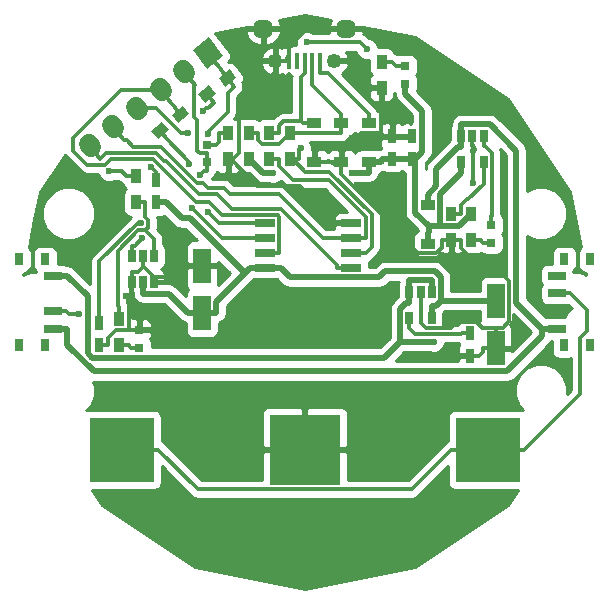
<source format=gbr>
G04 #@! TF.FileFunction,Copper,L1,Top,Signal*
%FSLAX46Y46*%
G04 Gerber Fmt 4.6, Leading zero omitted, Abs format (unit mm)*
G04 Created by KiCad (PCBNEW 4.0.2+dfsg1-stable) date Mon 17 Oct 2016 06:19:30 PM CST*
%MOMM*%
G01*
G04 APERTURE LIST*
%ADD10C,0.100000*%
%ADD11R,0.750000X1.200000*%
%ADD12R,1.501140X2.999740*%
%ADD13R,1.220000X0.910000*%
%ADD14R,0.797560X0.797560*%
%ADD15R,1.700000X0.650000*%
%ADD16R,0.400000X1.350000*%
%ADD17O,1.250000X1.250000*%
%ADD18O,1.800000X1.550000*%
%ADD19R,0.900000X1.200000*%
%ADD20R,1.500000X0.700000*%
%ADD21R,0.800000X1.000000*%
%ADD22R,0.650000X1.060000*%
%ADD23R,5.500000X5.500000*%
%ADD24R,6.000000X6.000000*%
%ADD25C,1.727200*%
%ADD26C,0.600000*%
%ADD27C,0.500000*%
%ADD28C,0.300000*%
%ADD29C,0.254000*%
G04 APERTURE END LIST*
D10*
D11*
X107400000Y-87850000D03*
X107400000Y-85950000D03*
X109100000Y-87850000D03*
X109100000Y-85950000D03*
X82600000Y-101750000D03*
X82600000Y-103650000D03*
X87400000Y-91550000D03*
X87400000Y-89650000D03*
X114000000Y-104550000D03*
X114000000Y-102650000D03*
D12*
X116200000Y-103898980D03*
X116200000Y-99901020D03*
D13*
X103100000Y-84865000D03*
X103100000Y-88135000D03*
X100800000Y-84865000D03*
X100800000Y-88135000D03*
X105400000Y-84865000D03*
X105400000Y-88135000D03*
D14*
X91700000Y-88149300D03*
X91700000Y-86650700D03*
X108500000Y-81499300D03*
X108500000Y-80000700D03*
X86000000Y-103849300D03*
X86000000Y-102350700D03*
X115800000Y-94949300D03*
X115800000Y-93450700D03*
D13*
X110400000Y-95035000D03*
X110400000Y-91765000D03*
D15*
X103950000Y-97105000D03*
X103950000Y-95835000D03*
X103950000Y-94565000D03*
X103950000Y-93295000D03*
X96650000Y-93295000D03*
X96650000Y-94565000D03*
X96650000Y-95835000D03*
X96650000Y-97105000D03*
D16*
X101300900Y-79562540D03*
X100650900Y-79562540D03*
X100000900Y-79562540D03*
X99350900Y-79562540D03*
X98700900Y-79562540D03*
D17*
X102500900Y-79562540D03*
X97500900Y-79562540D03*
D18*
X103500900Y-76862540D03*
X96500900Y-76862540D03*
D19*
X98750000Y-87850000D03*
X98750000Y-85650000D03*
X97000000Y-87850000D03*
X97000000Y-85650000D03*
X95250000Y-85650000D03*
X95250000Y-87850000D03*
X106500000Y-79650000D03*
X106500000Y-81850000D03*
X93500000Y-85700000D03*
X93500000Y-87900000D03*
X84300000Y-101400000D03*
X84300000Y-103600000D03*
X114100000Y-92500000D03*
X114100000Y-94700000D03*
X85700000Y-89300000D03*
X85700000Y-91500000D03*
X112400000Y-94700000D03*
X112400000Y-92500000D03*
D10*
G36*
X93662571Y-80298770D02*
X94216666Y-81007980D01*
X93271053Y-81746774D01*
X92716958Y-81037564D01*
X93662571Y-80298770D01*
X93662571Y-80298770D01*
G37*
G36*
X91928947Y-81653226D02*
X92483042Y-82362436D01*
X91537429Y-83101230D01*
X90983334Y-82392020D01*
X91928947Y-81653226D01*
X91928947Y-81653226D01*
G37*
D20*
X121325000Y-102250000D03*
X121325000Y-99250000D03*
X121325000Y-97750000D03*
D21*
X124175000Y-103650000D03*
X124175000Y-96350000D03*
X121975000Y-96350000D03*
X121975000Y-103650000D03*
D20*
X78675000Y-97750000D03*
X78675000Y-100750000D03*
X78675000Y-102250000D03*
D21*
X75825000Y-96350000D03*
X75825000Y-103650000D03*
X78025000Y-103650000D03*
X78025000Y-96350000D03*
D22*
X115150000Y-85900000D03*
X114200000Y-85900000D03*
X113250000Y-85900000D03*
X113250000Y-88100000D03*
X115150000Y-88100000D03*
X87250000Y-96100000D03*
X86300000Y-96100000D03*
X85350000Y-96100000D03*
X85350000Y-98300000D03*
X87250000Y-98300000D03*
X86300000Y-98300000D03*
X110750000Y-99100000D03*
X109800000Y-99100000D03*
X108850000Y-99100000D03*
X108850000Y-101300000D03*
X110750000Y-101300000D03*
D23*
X84500000Y-112500000D03*
X115500000Y-112500000D03*
D24*
X100000000Y-112500000D03*
D10*
G36*
X90493962Y-78631066D02*
X91855014Y-77567696D01*
X93106038Y-79168934D01*
X91744986Y-80232304D01*
X90493962Y-78631066D01*
X90493962Y-78631066D01*
G37*
D25*
X89704626Y-80343687D02*
X89892280Y-80583873D01*
X87703078Y-81907467D02*
X87890732Y-82147653D01*
X85701531Y-83471247D02*
X85889185Y-83711433D01*
X83699984Y-85035028D02*
X83887638Y-85275214D01*
X81698436Y-86598808D02*
X81886090Y-86838994D01*
D10*
G36*
X89662571Y-83398770D02*
X90216666Y-84107980D01*
X89271053Y-84846774D01*
X88716958Y-84137564D01*
X89662571Y-83398770D01*
X89662571Y-83398770D01*
G37*
G36*
X87928947Y-84753226D02*
X88483042Y-85462436D01*
X87537429Y-86201230D01*
X86983334Y-85492020D01*
X87928947Y-84753226D01*
X87928947Y-84753226D01*
G37*
D12*
X91300000Y-96901020D03*
X91300000Y-100898980D03*
D26*
X97294500Y-89057000D03*
X103968900Y-89040300D03*
X110908200Y-103359800D03*
X81900000Y-90000000D03*
X84100000Y-91700000D03*
X80900000Y-95300000D03*
X89000000Y-96500000D03*
X88300000Y-93800000D03*
X94200000Y-89800000D03*
X108000000Y-118400000D03*
X105000000Y-117000000D03*
X108000000Y-121000000D03*
X86941600Y-88524200D03*
X114223500Y-89948500D03*
X90326100Y-111811500D03*
X103526200Y-112500000D03*
X84834900Y-99513200D03*
X86214100Y-94603100D03*
X86097000Y-93274200D03*
X80855000Y-100979200D03*
X91130400Y-89243500D03*
X90439700Y-92038800D03*
X90123700Y-85705700D03*
X99641000Y-86967500D03*
X91780700Y-85741800D03*
X91780700Y-92330800D03*
X91365800Y-83824200D03*
X83425500Y-88915100D03*
X90235100Y-88294500D03*
X100194000Y-78002400D03*
X105240000Y-78525500D03*
D27*
X78675000Y-97750000D02*
X79875300Y-97750000D01*
X110750000Y-99100000D02*
X110750000Y-98119700D01*
X108850000Y-99100000D02*
X108850000Y-98119700D01*
X108850000Y-99100000D02*
X108850000Y-100080300D01*
X105400000Y-88135000D02*
X105400000Y-89040300D01*
X106574700Y-88020600D02*
X106460300Y-88135000D01*
X106574700Y-87850000D02*
X106574700Y-88020600D01*
X105400000Y-88135000D02*
X106460300Y-88135000D01*
X107400000Y-87850000D02*
X106574700Y-87850000D01*
X107400000Y-87850000D02*
X108225300Y-87850000D01*
X109100000Y-87850000D02*
X108225300Y-87850000D01*
X96457000Y-89057000D02*
X97294500Y-89057000D01*
X95250000Y-87850000D02*
X96457000Y-89057000D01*
X105400000Y-89040300D02*
X103968900Y-89040300D01*
X108850000Y-98119700D02*
X110750000Y-98119700D01*
X108062400Y-103359800D02*
X110908200Y-103359800D01*
X108062400Y-100572500D02*
X108062400Y-103359800D01*
X108554600Y-100080300D02*
X108062400Y-100572500D01*
X108850000Y-100080300D02*
X108554600Y-100080300D01*
X81606200Y-99480900D02*
X79875300Y-97750000D01*
X81606200Y-104281000D02*
X81606200Y-99480900D01*
X82025600Y-104700400D02*
X81606200Y-104281000D01*
X106721800Y-104700400D02*
X82025600Y-104700400D01*
X108062400Y-103359800D02*
X106721800Y-104700400D01*
X109100000Y-87850000D02*
X109339600Y-87850000D01*
X110400000Y-95035000D02*
X110400000Y-94129700D01*
X110481200Y-94048500D02*
X110400000Y-94129700D01*
X110481200Y-93550400D02*
X110481200Y-94048500D01*
X110481200Y-93550400D02*
X111480000Y-93550400D01*
X113049600Y-93550400D02*
X114100000Y-92500000D01*
X111480000Y-93550400D02*
X113049600Y-93550400D01*
X111480000Y-90850300D02*
X113250000Y-89080300D01*
X111480000Y-93550400D02*
X111480000Y-90850300D01*
X113250000Y-88100000D02*
X113250000Y-89080300D01*
X108500000Y-81499300D02*
X108500000Y-82348400D01*
X109339600Y-92408800D02*
X110481200Y-93550400D01*
X109339600Y-87850000D02*
X109339600Y-92408800D01*
X109933600Y-83782000D02*
X108500000Y-82348400D01*
X109933600Y-87256000D02*
X109933600Y-83782000D01*
X109339600Y-87850000D02*
X109933600Y-87256000D01*
D28*
X84100000Y-91700000D02*
X83600000Y-91700000D01*
X83600000Y-91700000D02*
X81900000Y-90000000D01*
X84100000Y-91700000D02*
X84100000Y-92100000D01*
X84100000Y-92100000D02*
X80900000Y-95300000D01*
X89000000Y-96500000D02*
X89000000Y-94500000D01*
X88100000Y-98300000D02*
X89000000Y-97400000D01*
X89000000Y-97400000D02*
X89000000Y-96500000D01*
X87250000Y-98300000D02*
X88100000Y-98300000D01*
X89000000Y-94500000D02*
X88300000Y-93800000D01*
X93500000Y-87900000D02*
X93500000Y-89100000D01*
X93500000Y-89100000D02*
X94200000Y-89800000D01*
X108000000Y-121000000D02*
X108000000Y-118400000D01*
X106600000Y-117000000D02*
X108000000Y-118400000D01*
X105000000Y-117000000D02*
X106600000Y-117000000D01*
X87250000Y-98300000D02*
X87250000Y-97859800D01*
X91300000Y-96901000D02*
X90199100Y-96901000D01*
X109100000Y-85950000D02*
X107400000Y-85950000D01*
X93500000Y-87900000D02*
X93900200Y-87900000D01*
X103950000Y-93295000D02*
X102749700Y-93295000D01*
X99595700Y-90141000D02*
X102749700Y-93295000D01*
X95993700Y-90141000D02*
X99595700Y-90141000D01*
X93900200Y-88047500D02*
X95993700Y-90141000D01*
X93900200Y-87900000D02*
X93900200Y-88047500D01*
X82600000Y-103650000D02*
X83325300Y-103650000D01*
X86300000Y-96100000D02*
X86300000Y-96980300D01*
X89240300Y-97859800D02*
X90199100Y-96901000D01*
X87250000Y-97859800D02*
X89240300Y-97859800D01*
X86370500Y-96980300D02*
X86300000Y-96980300D01*
X87250000Y-97859800D02*
X86370500Y-96980300D01*
X85860600Y-97419700D02*
X86300000Y-96980300D01*
X85350000Y-97419700D02*
X85860600Y-97419700D01*
X85350000Y-98300000D02*
X85350000Y-97419700D01*
X87400000Y-88982600D02*
X87400000Y-89650000D01*
X86941600Y-88524200D02*
X87400000Y-88982600D01*
X112400000Y-94700000D02*
X113200300Y-94700000D01*
X116743000Y-102158000D02*
X116200000Y-102158000D01*
X117312400Y-101588600D02*
X116743000Y-102158000D01*
X117312400Y-98202000D02*
X117312400Y-101588600D01*
X115710400Y-96600000D02*
X117312400Y-98202000D01*
X114400000Y-96600000D02*
X115710400Y-96600000D01*
X113200300Y-95400300D02*
X114400000Y-96600000D01*
X113200300Y-94700000D02*
X113200300Y-95400300D01*
X109800000Y-101756500D02*
X109800000Y-99100000D01*
X110228800Y-102185300D02*
X109800000Y-101756500D01*
X112347600Y-102185300D02*
X110228800Y-102185300D01*
X112833300Y-101699600D02*
X112347600Y-102185300D01*
X114557000Y-101699600D02*
X112833300Y-101699600D01*
X115015400Y-102158000D02*
X114557000Y-101699600D01*
X116200000Y-102158000D02*
X115015400Y-102158000D01*
X114200000Y-85900000D02*
X114200000Y-86780300D01*
X114223500Y-86803800D02*
X114200000Y-86780300D01*
X114223500Y-89948500D02*
X114223500Y-86803800D01*
X96500900Y-76862500D02*
X96500900Y-77987800D01*
X98700900Y-78368400D02*
X98700900Y-78662300D01*
X100206800Y-76862500D02*
X98700900Y-78368400D01*
X103500900Y-76862500D02*
X100206800Y-76862500D01*
X96881500Y-78368400D02*
X96500900Y-77987800D01*
X98700900Y-78368400D02*
X96881500Y-78368400D01*
X105699700Y-81786000D02*
X105699700Y-81850000D01*
X103476200Y-79562500D02*
X105699700Y-81786000D01*
X102500900Y-79562500D02*
X103476200Y-79562500D01*
X106305100Y-81850000D02*
X105699700Y-81850000D01*
X106305100Y-81850000D02*
X106360400Y-81850000D01*
X94449700Y-87350500D02*
X93900200Y-87900000D01*
X94449700Y-83589000D02*
X94449700Y-87350500D01*
X97500900Y-80537800D02*
X94449700Y-83589000D01*
X97500900Y-79562500D02*
X97500900Y-80537800D01*
X98700900Y-79562500D02*
X98700900Y-79112400D01*
X98700900Y-79112400D02*
X98700900Y-78662300D01*
X98476200Y-79337100D02*
X98476200Y-79562500D01*
X98700900Y-79112400D02*
X98476200Y-79337100D01*
X97500900Y-79562500D02*
X98476200Y-79562500D01*
X112400000Y-94700000D02*
X111599700Y-94700000D01*
X116200000Y-102158000D02*
X116200000Y-103899000D01*
X114000000Y-104550000D02*
X114725300Y-104550000D01*
X115099100Y-104176200D02*
X114725300Y-104550000D01*
X115099100Y-103899000D02*
X115099100Y-104176200D01*
X116200000Y-103899000D02*
X115099100Y-103899000D01*
X85350000Y-98300000D02*
X85350000Y-99180300D01*
X85250600Y-102350400D02*
X85100400Y-102350400D01*
X85250900Y-102350700D02*
X85250600Y-102350400D01*
X83325300Y-103015400D02*
X83325300Y-103650000D01*
X83990300Y-102350400D02*
X83325300Y-103015400D01*
X85100400Y-102350400D02*
X83990300Y-102350400D01*
X86000000Y-102350700D02*
X85250900Y-102350700D01*
X100800000Y-88135000D02*
X101760300Y-88135000D01*
X106500000Y-81850000D02*
X106430200Y-81850000D01*
X106430200Y-81850000D02*
X106360400Y-81850000D01*
X107400000Y-85950000D02*
X106674700Y-85950000D01*
X103100000Y-88135000D02*
X101760300Y-88135000D01*
X103100000Y-89162600D02*
X103100000Y-88135000D01*
X108693400Y-94756000D02*
X103100000Y-89162600D01*
X108693400Y-94949800D02*
X108693400Y-94756000D01*
X109594000Y-95850400D02*
X108693400Y-94949800D01*
X111149600Y-95850400D02*
X109594000Y-95850400D01*
X111599700Y-95400300D02*
X111149600Y-95850400D01*
X111599700Y-94700000D02*
X111599700Y-95400300D01*
X103100000Y-88135000D02*
X103100000Y-87329700D01*
X104724200Y-85705500D02*
X103100000Y-87329700D01*
X106430200Y-85705500D02*
X104724200Y-85705500D01*
X106430200Y-81850000D02*
X106430200Y-85705500D01*
X106430200Y-85705500D02*
X106674700Y-85950000D01*
X91014600Y-112500000D02*
X100000000Y-112500000D01*
X90326100Y-111811500D02*
X91014600Y-112500000D01*
X100000000Y-112500000D02*
X103526200Y-112500000D01*
X84834900Y-99513200D02*
X85100400Y-99513200D01*
X85100400Y-99429900D02*
X85100400Y-99513200D01*
X85350000Y-99180300D02*
X85100400Y-99429900D01*
X85100400Y-99513200D02*
X85100400Y-102350400D01*
X85597500Y-95219700D02*
X86214100Y-94603100D01*
X85350000Y-95219700D02*
X85597500Y-95219700D01*
X85350000Y-96100000D02*
X85350000Y-95219700D01*
X82600000Y-96522600D02*
X82600000Y-101750000D01*
X85848400Y-93274200D02*
X82600000Y-96522600D01*
X86097000Y-93274200D02*
X85848400Y-93274200D01*
D27*
X91300000Y-100899000D02*
X92500900Y-100899000D01*
X95349700Y-97105000D02*
X94900700Y-97554000D01*
X95524800Y-97105000D02*
X95349700Y-97105000D01*
X92500900Y-99953800D02*
X92500900Y-100899000D01*
X94900700Y-97554000D02*
X92500900Y-99953800D01*
X96087400Y-97105000D02*
X95524800Y-97105000D01*
X87400000Y-91550000D02*
X88225300Y-91550000D01*
X90241900Y-92895200D02*
X94900700Y-97554000D01*
X89570500Y-92895200D02*
X90241900Y-92895200D01*
X88225300Y-91550000D02*
X89570500Y-92895200D01*
X116200000Y-99901000D02*
X114999100Y-99901000D01*
X110750000Y-101300000D02*
X110750000Y-100319700D01*
X96087400Y-97105000D02*
X96650000Y-97105000D01*
X96650000Y-97105000D02*
X97950300Y-97105000D01*
X111533100Y-99901000D02*
X114999100Y-99901000D01*
X111114400Y-100319700D02*
X111533100Y-99901000D01*
X110750000Y-100319700D02*
X111114400Y-100319700D01*
X98725600Y-97880300D02*
X97950300Y-97105000D01*
X106311600Y-97880300D02*
X98725600Y-97880300D01*
X106821500Y-97370400D02*
X106311600Y-97880300D01*
X111009300Y-97370400D02*
X106821500Y-97370400D01*
X111533100Y-97894200D02*
X111009300Y-97370400D01*
X111533100Y-99901000D02*
X111533100Y-97894200D01*
X88480400Y-99280300D02*
X90099100Y-100899000D01*
X86300000Y-99280300D02*
X88480400Y-99280300D01*
X86300000Y-98300000D02*
X86300000Y-99280300D01*
X91300000Y-100899000D02*
X90099100Y-100899000D01*
D28*
X113239000Y-102685700D02*
X113274700Y-102650000D01*
X109355400Y-102685700D02*
X113239000Y-102685700D01*
X108850000Y-102180300D02*
X109355400Y-102685700D01*
X108850000Y-101300000D02*
X108850000Y-102180300D01*
X114000000Y-102650000D02*
X113274700Y-102650000D01*
X78675000Y-100750000D02*
X79775300Y-100750000D01*
X80004500Y-100979200D02*
X80855000Y-100979200D01*
X79775300Y-100750000D02*
X80004500Y-100979200D01*
X103100000Y-84865000D02*
X103100000Y-85670300D01*
X100650900Y-81610600D02*
X103100000Y-84059700D01*
X100650900Y-79562500D02*
X100650900Y-81610600D01*
X103100000Y-84865000D02*
X103100000Y-84059700D01*
X98750000Y-85650000D02*
X99550300Y-85650000D01*
X99570600Y-85670300D02*
X99550300Y-85650000D01*
X103100000Y-85670300D02*
X99570600Y-85670300D01*
X97799600Y-86600400D02*
X98750000Y-85650000D01*
X96400500Y-86600400D02*
X97799600Y-86600400D01*
X96050300Y-86250200D02*
X96400500Y-86600400D01*
X96050300Y-85650000D02*
X96050300Y-86250200D01*
X95250000Y-85650000D02*
X96050300Y-85650000D01*
X100800000Y-84865000D02*
X99839700Y-84865000D01*
X99656100Y-80932700D02*
X99656100Y-84681400D01*
X100000900Y-80587900D02*
X99656100Y-80932700D01*
X100000900Y-79562500D02*
X100000900Y-80587900D01*
X98168700Y-84681400D02*
X99656100Y-84681400D01*
X97800300Y-85049800D02*
X98168700Y-84681400D01*
X97800300Y-85650000D02*
X97800300Y-85049800D01*
X99656100Y-84681400D02*
X99839700Y-84865000D01*
X97000000Y-85650000D02*
X97800300Y-85650000D01*
X101928100Y-80587800D02*
X105400000Y-84059700D01*
X101300900Y-80587800D02*
X101928100Y-80587800D01*
X105400000Y-84865000D02*
X105400000Y-84059700D01*
X101300900Y-79562500D02*
X101300900Y-80587800D01*
X91475500Y-88898400D02*
X91130400Y-89243500D01*
X91700000Y-88898400D02*
X91475500Y-88898400D01*
X91700000Y-88149300D02*
X91700000Y-88898400D01*
X91138200Y-87400200D02*
X91700000Y-87400200D01*
X90906800Y-87168800D02*
X91138200Y-87400200D01*
X90906800Y-84607300D02*
X90906800Y-87168800D01*
X90622400Y-84322900D02*
X90906800Y-84607300D01*
X90622400Y-81644300D02*
X90622400Y-84322900D01*
X90677700Y-81589000D02*
X90622400Y-81644300D01*
X89798500Y-80463800D02*
X90677700Y-81589000D01*
X91700000Y-88149300D02*
X91700000Y-87400200D01*
X92965900Y-94565000D02*
X90439700Y-92038800D01*
X96650000Y-94565000D02*
X92965900Y-94565000D01*
X92699700Y-86400100D02*
X92449100Y-86650700D01*
X92699700Y-85700000D02*
X92699700Y-86400100D01*
X93500000Y-85700000D02*
X92699700Y-85700000D01*
X91700000Y-86650700D02*
X92449100Y-86650700D01*
X107400200Y-79650000D02*
X107750900Y-80000700D01*
X106500000Y-79650000D02*
X107400200Y-79650000D01*
X108500000Y-80000700D02*
X107750900Y-80000700D01*
X85100300Y-103698700D02*
X85250900Y-103849300D01*
X85100300Y-103600000D02*
X85100300Y-103698700D01*
X86000000Y-103849300D02*
X85250900Y-103849300D01*
X84300000Y-103600000D02*
X85100300Y-103600000D01*
X114900300Y-94798700D02*
X115050900Y-94949300D01*
X114900300Y-94700000D02*
X114900300Y-94798700D01*
X115800000Y-94949300D02*
X115050900Y-94949300D01*
X114100000Y-94700000D02*
X114900300Y-94700000D01*
X115825300Y-92676300D02*
X115800000Y-92701600D01*
X115825300Y-87371100D02*
X115825300Y-92676300D01*
X115234500Y-86780300D02*
X115825300Y-87371100D01*
X115150000Y-86780300D02*
X115234500Y-86780300D01*
X115150000Y-85900000D02*
X115150000Y-86780300D01*
X115800000Y-93450700D02*
X115800000Y-92701600D01*
D27*
X78675000Y-102250000D02*
X79875300Y-102250000D01*
X79875300Y-103594200D02*
X79875300Y-102250000D01*
X82133500Y-105852400D02*
X79875300Y-103594200D01*
X117135100Y-105852400D02*
X82133500Y-105852400D01*
X120124700Y-102862800D02*
X117135100Y-105852400D01*
X120124700Y-102250000D02*
X120124700Y-102862800D01*
X121325000Y-102250000D02*
X120124700Y-102250000D01*
X113250000Y-86390100D02*
X113250000Y-86880300D01*
X113250000Y-86390100D02*
X113250000Y-85900000D01*
X117925100Y-100050400D02*
X120124700Y-102250000D01*
X117925100Y-87169300D02*
X117925100Y-100050400D01*
X115675500Y-84919700D02*
X117925100Y-87169300D01*
X113250000Y-84919700D02*
X115675500Y-84919700D01*
X113250000Y-85900000D02*
X113250000Y-84919700D01*
X112959300Y-86880300D02*
X113250000Y-86880300D01*
X111100300Y-88739300D02*
X112959300Y-86880300D01*
X111100300Y-90187300D02*
X111100300Y-88739300D01*
X110400000Y-90887600D02*
X111100300Y-90187300D01*
X110400000Y-91765000D02*
X110400000Y-90887600D01*
D28*
X102749700Y-96862400D02*
X102749700Y-97105000D01*
X98001900Y-92114600D02*
X102749700Y-96862400D01*
X93854800Y-92114600D02*
X98001900Y-92114600D01*
X92589900Y-90849700D02*
X93854800Y-92114600D01*
X91066200Y-90849700D02*
X92589900Y-90849700D01*
X88251900Y-88035400D02*
X91066200Y-90849700D01*
X88080100Y-88035400D02*
X88251900Y-88035400D01*
X87388500Y-87343800D02*
X88080100Y-88035400D01*
X83171800Y-87343800D02*
X87388500Y-87343800D01*
X82671500Y-87844100D02*
X83171800Y-87343800D01*
X81792300Y-86718900D02*
X82671500Y-87844100D01*
X103950000Y-97105000D02*
X102749700Y-97105000D01*
X98750000Y-87850000D02*
X99150200Y-87850000D01*
X99150200Y-87850000D02*
X99550300Y-87850000D01*
X103950000Y-95835000D02*
X105150300Y-95835000D01*
X105685000Y-95300300D02*
X105150300Y-95835000D01*
X105685000Y-92568000D02*
X105685000Y-95300300D01*
X102057400Y-88940400D02*
X105685000Y-92568000D01*
X100015700Y-88940400D02*
X102057400Y-88940400D01*
X99150200Y-88074900D02*
X100015700Y-88940400D01*
X99150200Y-87850000D02*
X99150200Y-88074900D01*
X89504600Y-85705700D02*
X90123700Y-85705700D01*
X87390200Y-83591300D02*
X89504600Y-85705700D01*
X85795400Y-83591300D02*
X87390200Y-83591300D01*
X99550300Y-87058200D02*
X99641000Y-86967500D01*
X99550300Y-87850000D02*
X99550300Y-87058200D01*
X83793800Y-85155100D02*
X84673100Y-86280400D01*
X103950000Y-94565000D02*
X105150300Y-94565000D01*
X97000000Y-87850000D02*
X97800300Y-87850000D01*
X84919100Y-86280400D02*
X84673100Y-86280400D01*
X85482200Y-86843500D02*
X84919100Y-86280400D01*
X87810800Y-86843500D02*
X85482200Y-86843500D01*
X90861100Y-89893800D02*
X87810800Y-86843500D01*
X91400400Y-89893800D02*
X90861100Y-89893800D01*
X91828500Y-90321900D02*
X91400400Y-89893800D01*
X93123300Y-90321900D02*
X91828500Y-90321900D01*
X93651100Y-90849700D02*
X93123300Y-90321900D01*
X97793500Y-90849700D02*
X93651100Y-90849700D01*
X101508800Y-94565000D02*
X97793500Y-90849700D01*
X103950000Y-94565000D02*
X101508800Y-94565000D01*
X105150300Y-92764300D02*
X105150300Y-94565000D01*
X102026700Y-89640700D02*
X105150300Y-92764300D01*
X98990800Y-89640700D02*
X102026700Y-89640700D01*
X97800300Y-88450200D02*
X98990800Y-89640700D01*
X97800300Y-87850000D02*
X97800300Y-88450200D01*
X93466800Y-81022800D02*
X94031400Y-81745400D01*
X92744900Y-93295000D02*
X91780700Y-92330800D01*
X96650000Y-93295000D02*
X92744900Y-93295000D01*
X91780700Y-85612000D02*
X91780700Y-85741800D01*
X93466800Y-83925900D02*
X91780700Y-85612000D01*
X93466800Y-82310000D02*
X93466800Y-83925900D01*
X94031400Y-81745400D02*
X93466800Y-82310000D01*
X92902300Y-80300200D02*
X92902200Y-80300300D01*
X92902300Y-80263300D02*
X92902300Y-80300200D01*
X92733000Y-80094000D02*
X92902300Y-80263300D01*
X91800000Y-78900000D02*
X92733000Y-80094000D01*
X93466800Y-81022800D02*
X92902200Y-80300300D01*
X88902200Y-83400300D02*
X88902300Y-83400300D01*
X88676100Y-83174200D02*
X88902200Y-83400300D01*
X88676100Y-83153000D02*
X88676100Y-83174200D01*
X88676200Y-83152900D02*
X88676100Y-83153000D01*
X87796900Y-82027600D02*
X88676200Y-83152900D01*
X89466800Y-84122800D02*
X88902300Y-83400300D01*
X96650000Y-95835000D02*
X97850300Y-95835000D01*
X97850300Y-92764000D02*
X97850300Y-95835000D01*
X97706000Y-92619700D02*
X97850300Y-92764000D01*
X93015900Y-92619700D02*
X97706000Y-92619700D01*
X91890700Y-91494500D02*
X93015900Y-92619700D01*
X90831700Y-91494500D02*
X91890700Y-91494500D01*
X87181400Y-87844200D02*
X90831700Y-91494500D01*
X83576800Y-87844200D02*
X87181400Y-87844200D01*
X83071300Y-88349700D02*
X83576800Y-87844200D01*
X81575900Y-88349700D02*
X83071300Y-88349700D01*
X80411100Y-87184900D02*
X81575900Y-88349700D01*
X80411100Y-86063900D02*
X80411100Y-87184900D01*
X84447400Y-82027600D02*
X80411100Y-86063900D01*
X87796900Y-82027600D02*
X84447400Y-82027600D01*
X90950700Y-115850400D02*
X87600300Y-112500000D01*
X109049300Y-115850400D02*
X90950700Y-115850400D01*
X112399700Y-112500000D02*
X109049300Y-115850400D01*
X84500000Y-112500000D02*
X87600300Y-112500000D01*
X113949900Y-112500000D02*
X112399700Y-112500000D01*
X113949900Y-112500000D02*
X115500000Y-112500000D01*
X123875400Y-100700100D02*
X122425300Y-99250000D01*
X123875400Y-102449800D02*
X123875400Y-100700100D01*
X123325300Y-102999900D02*
X123875400Y-102449800D01*
X123325300Y-107775000D02*
X123325300Y-102999900D01*
X118600300Y-112500000D02*
X123325300Y-107775000D01*
X115500000Y-112500000D02*
X118600300Y-112500000D01*
X121325000Y-99250000D02*
X122425300Y-99250000D01*
X85700000Y-91500000D02*
X86500300Y-91500000D01*
X87250000Y-96100000D02*
X87250000Y-95219700D01*
X87250000Y-94675800D02*
X86500300Y-93926100D01*
X87250000Y-95219700D02*
X87250000Y-94675800D01*
X86500300Y-92757800D02*
X86500300Y-91500000D01*
X86747300Y-93004800D02*
X86500300Y-92757800D01*
X86747300Y-93679100D02*
X86747300Y-93004800D01*
X86500300Y-93926100D02*
X86747300Y-93679100D01*
X84300000Y-101400000D02*
X84300000Y-100449700D01*
X84184600Y-100334300D02*
X84300000Y-100449700D01*
X84184600Y-95647300D02*
X84184600Y-100334300D01*
X85905800Y-93926100D02*
X84184600Y-95647300D01*
X86500300Y-93926100D02*
X85905800Y-93926100D01*
X84514800Y-88915100D02*
X84899700Y-89300000D01*
X83425500Y-88915100D02*
X84514800Y-88915100D01*
X85700000Y-89300000D02*
X84899700Y-89300000D01*
X91597100Y-83592900D02*
X91365800Y-83824200D01*
X91804600Y-83592900D02*
X91597100Y-83592900D01*
X92297800Y-83099700D02*
X91804600Y-83592900D01*
X91733200Y-82377200D02*
X92297800Y-83099700D01*
X113200300Y-91801900D02*
X113200300Y-92500000D01*
X113742200Y-91260000D02*
X113200300Y-91801900D01*
X113844500Y-91260000D02*
X113742200Y-91260000D01*
X115150000Y-89954500D02*
X113844500Y-91260000D01*
X115150000Y-88100000D02*
X115150000Y-89954500D01*
X112400000Y-92500000D02*
X113200300Y-92500000D01*
X87733200Y-85477200D02*
X88297800Y-86199700D01*
X90235100Y-88137000D02*
X90235100Y-88294500D01*
X88297800Y-86199700D02*
X90235100Y-88137000D01*
X104716900Y-78002400D02*
X105240000Y-78525500D01*
X100194000Y-78002400D02*
X104716900Y-78002400D01*
D29*
G36*
X112102560Y-115250000D02*
X112146838Y-115485317D01*
X112285910Y-115701441D01*
X112498110Y-115846431D01*
X112750000Y-115897440D01*
X118029679Y-115897440D01*
X117175624Y-117175624D01*
X109295381Y-122441034D01*
X100000000Y-124290000D01*
X90704619Y-122441034D01*
X82824376Y-117175624D01*
X81970321Y-115897440D01*
X87250000Y-115897440D01*
X87485317Y-115853162D01*
X87701441Y-115714090D01*
X87846431Y-115501890D01*
X87897440Y-115250000D01*
X87897440Y-113907298D01*
X90395621Y-116405479D01*
X90650293Y-116575645D01*
X90950700Y-116635400D01*
X109049300Y-116635400D01*
X109349707Y-116575645D01*
X109604379Y-116405479D01*
X112102560Y-113907298D01*
X112102560Y-115250000D01*
X112102560Y-115250000D01*
G37*
X112102560Y-115250000D02*
X112146838Y-115485317D01*
X112285910Y-115701441D01*
X112498110Y-115846431D01*
X112750000Y-115897440D01*
X118029679Y-115897440D01*
X117175624Y-117175624D01*
X109295381Y-122441034D01*
X100000000Y-124290000D01*
X90704619Y-122441034D01*
X82824376Y-117175624D01*
X81970321Y-115897440D01*
X87250000Y-115897440D01*
X87485317Y-115853162D01*
X87701441Y-115714090D01*
X87846431Y-115501890D01*
X87897440Y-115250000D01*
X87897440Y-113907298D01*
X90395621Y-116405479D01*
X90650293Y-116575645D01*
X90950700Y-116635400D01*
X109049300Y-116635400D01*
X109349707Y-116575645D01*
X109604379Y-116405479D01*
X112102560Y-113907298D01*
X112102560Y-115250000D01*
G36*
X120927560Y-104150000D02*
X120971838Y-104385317D01*
X121110910Y-104601441D01*
X121323110Y-104746431D01*
X121575000Y-104797440D01*
X122375000Y-104797440D01*
X122540300Y-104766337D01*
X122540300Y-107449842D01*
X122234778Y-107755364D01*
X122235387Y-107057381D01*
X121895845Y-106235628D01*
X121267679Y-105606364D01*
X120446519Y-105265389D01*
X119557381Y-105264613D01*
X118735628Y-105604155D01*
X118106364Y-106232321D01*
X117765389Y-107053481D01*
X117764613Y-107942619D01*
X118104155Y-108764372D01*
X118490338Y-109151230D01*
X118250000Y-109102560D01*
X112750000Y-109102560D01*
X112514683Y-109146838D01*
X112298559Y-109285910D01*
X112153569Y-109498110D01*
X112102560Y-109750000D01*
X112102560Y-111774105D01*
X112099293Y-111774755D01*
X111844621Y-111944921D01*
X108724142Y-115065400D01*
X103635000Y-115065400D01*
X103635000Y-112785750D01*
X103476250Y-112627000D01*
X100127000Y-112627000D01*
X100127000Y-112647000D01*
X99873000Y-112647000D01*
X99873000Y-112627000D01*
X96523750Y-112627000D01*
X96365000Y-112785750D01*
X96365000Y-115065400D01*
X91275858Y-115065400D01*
X88155379Y-111944921D01*
X87900707Y-111774755D01*
X87897440Y-111774105D01*
X87897440Y-109750000D01*
X87853162Y-109514683D01*
X87762436Y-109373690D01*
X96365000Y-109373690D01*
X96365000Y-112214250D01*
X96523750Y-112373000D01*
X99873000Y-112373000D01*
X99873000Y-109023750D01*
X100127000Y-109023750D01*
X100127000Y-112373000D01*
X103476250Y-112373000D01*
X103635000Y-112214250D01*
X103635000Y-109373690D01*
X103538327Y-109140301D01*
X103359698Y-108961673D01*
X103126309Y-108865000D01*
X100285750Y-108865000D01*
X100127000Y-109023750D01*
X99873000Y-109023750D01*
X99714250Y-108865000D01*
X96873691Y-108865000D01*
X96640302Y-108961673D01*
X96461673Y-109140301D01*
X96365000Y-109373690D01*
X87762436Y-109373690D01*
X87714090Y-109298559D01*
X87501890Y-109153569D01*
X87250000Y-109102560D01*
X81750000Y-109102560D01*
X81514683Y-109146838D01*
X81512239Y-109148411D01*
X81893636Y-108767679D01*
X82234611Y-107946519D01*
X82235387Y-107057381D01*
X82100458Y-106730828D01*
X82133500Y-106737401D01*
X82133505Y-106737400D01*
X117135095Y-106737400D01*
X117135100Y-106737401D01*
X117417584Y-106681210D01*
X117473775Y-106670033D01*
X117760890Y-106478190D01*
X117760891Y-106478189D01*
X120750487Y-103488592D01*
X120750490Y-103488590D01*
X120911620Y-103247440D01*
X120927560Y-103247440D01*
X120927560Y-104150000D01*
X120927560Y-104150000D01*
G37*
X120927560Y-104150000D02*
X120971838Y-104385317D01*
X121110910Y-104601441D01*
X121323110Y-104746431D01*
X121575000Y-104797440D01*
X122375000Y-104797440D01*
X122540300Y-104766337D01*
X122540300Y-107449842D01*
X122234778Y-107755364D01*
X122235387Y-107057381D01*
X121895845Y-106235628D01*
X121267679Y-105606364D01*
X120446519Y-105265389D01*
X119557381Y-105264613D01*
X118735628Y-105604155D01*
X118106364Y-106232321D01*
X117765389Y-107053481D01*
X117764613Y-107942619D01*
X118104155Y-108764372D01*
X118490338Y-109151230D01*
X118250000Y-109102560D01*
X112750000Y-109102560D01*
X112514683Y-109146838D01*
X112298559Y-109285910D01*
X112153569Y-109498110D01*
X112102560Y-109750000D01*
X112102560Y-111774105D01*
X112099293Y-111774755D01*
X111844621Y-111944921D01*
X108724142Y-115065400D01*
X103635000Y-115065400D01*
X103635000Y-112785750D01*
X103476250Y-112627000D01*
X100127000Y-112627000D01*
X100127000Y-112647000D01*
X99873000Y-112647000D01*
X99873000Y-112627000D01*
X96523750Y-112627000D01*
X96365000Y-112785750D01*
X96365000Y-115065400D01*
X91275858Y-115065400D01*
X88155379Y-111944921D01*
X87900707Y-111774755D01*
X87897440Y-111774105D01*
X87897440Y-109750000D01*
X87853162Y-109514683D01*
X87762436Y-109373690D01*
X96365000Y-109373690D01*
X96365000Y-112214250D01*
X96523750Y-112373000D01*
X99873000Y-112373000D01*
X99873000Y-109023750D01*
X100127000Y-109023750D01*
X100127000Y-112373000D01*
X103476250Y-112373000D01*
X103635000Y-112214250D01*
X103635000Y-109373690D01*
X103538327Y-109140301D01*
X103359698Y-108961673D01*
X103126309Y-108865000D01*
X100285750Y-108865000D01*
X100127000Y-109023750D01*
X99873000Y-109023750D01*
X99714250Y-108865000D01*
X96873691Y-108865000D01*
X96640302Y-108961673D01*
X96461673Y-109140301D01*
X96365000Y-109373690D01*
X87762436Y-109373690D01*
X87714090Y-109298559D01*
X87501890Y-109153569D01*
X87250000Y-109102560D01*
X81750000Y-109102560D01*
X81514683Y-109146838D01*
X81512239Y-109148411D01*
X81893636Y-108767679D01*
X82234611Y-107946519D01*
X82235387Y-107057381D01*
X82100458Y-106730828D01*
X82133500Y-106737401D01*
X82133505Y-106737400D01*
X117135095Y-106737400D01*
X117135100Y-106737401D01*
X117417584Y-106681210D01*
X117473775Y-106670033D01*
X117760890Y-106478190D01*
X117760891Y-106478189D01*
X120750487Y-103488592D01*
X120750490Y-103488590D01*
X120911620Y-103247440D01*
X120927560Y-103247440D01*
X120927560Y-104150000D01*
G36*
X113021838Y-103485317D02*
X113088329Y-103588646D01*
X113086673Y-103590302D01*
X112990000Y-103823691D01*
X112990000Y-104264250D01*
X113148750Y-104423000D01*
X113873000Y-104423000D01*
X113873000Y-104403000D01*
X114127000Y-104403000D01*
X114127000Y-104423000D01*
X114147000Y-104423000D01*
X114147000Y-104677000D01*
X114127000Y-104677000D01*
X114127000Y-104697000D01*
X113873000Y-104697000D01*
X113873000Y-104677000D01*
X113148750Y-104677000D01*
X112990000Y-104835750D01*
X112990000Y-104967400D01*
X107706380Y-104967400D01*
X108428979Y-104244800D01*
X110601378Y-104244800D01*
X110721401Y-104294638D01*
X111093367Y-104294962D01*
X111437143Y-104152917D01*
X111700392Y-103890127D01*
X111843038Y-103546599D01*
X111843104Y-103470700D01*
X113019088Y-103470700D01*
X113021838Y-103485317D01*
X113021838Y-103485317D01*
G37*
X113021838Y-103485317D02*
X113088329Y-103588646D01*
X113086673Y-103590302D01*
X112990000Y-103823691D01*
X112990000Y-104264250D01*
X113148750Y-104423000D01*
X113873000Y-104423000D01*
X113873000Y-104403000D01*
X114127000Y-104403000D01*
X114127000Y-104423000D01*
X114147000Y-104423000D01*
X114147000Y-104677000D01*
X114127000Y-104677000D01*
X114127000Y-104697000D01*
X113873000Y-104697000D01*
X113873000Y-104677000D01*
X113148750Y-104677000D01*
X112990000Y-104835750D01*
X112990000Y-104967400D01*
X107706380Y-104967400D01*
X108428979Y-104244800D01*
X110601378Y-104244800D01*
X110721401Y-104294638D01*
X111093367Y-104294962D01*
X111437143Y-104152917D01*
X111700392Y-103890127D01*
X111843038Y-103546599D01*
X111843104Y-103470700D01*
X113019088Y-103470700D01*
X113021838Y-103485317D01*
G36*
X119179521Y-102556400D02*
X117568380Y-104167540D01*
X117426820Y-104025980D01*
X116327000Y-104025980D01*
X116327000Y-104045980D01*
X116073000Y-104045980D01*
X116073000Y-104025980D01*
X116053000Y-104025980D01*
X116053000Y-103771980D01*
X116073000Y-103771980D01*
X116073000Y-103751980D01*
X116327000Y-103751980D01*
X116327000Y-103771980D01*
X117426820Y-103771980D01*
X117585570Y-103613230D01*
X117585570Y-102272801D01*
X117488897Y-102039412D01*
X117348743Y-101899257D01*
X117402011Y-101864980D01*
X117547001Y-101652780D01*
X117598010Y-101400890D01*
X117598010Y-100974890D01*
X119179521Y-102556400D01*
X119179521Y-102556400D01*
G37*
X119179521Y-102556400D02*
X117568380Y-104167540D01*
X117426820Y-104025980D01*
X116327000Y-104025980D01*
X116327000Y-104045980D01*
X116073000Y-104045980D01*
X116073000Y-104025980D01*
X116053000Y-104025980D01*
X116053000Y-103771980D01*
X116073000Y-103771980D01*
X116073000Y-103751980D01*
X116327000Y-103751980D01*
X116327000Y-103771980D01*
X117426820Y-103771980D01*
X117585570Y-103613230D01*
X117585570Y-102272801D01*
X117488897Y-102039412D01*
X117348743Y-101899257D01*
X117402011Y-101864980D01*
X117547001Y-101652780D01*
X117598010Y-101400890D01*
X117598010Y-100974890D01*
X119179521Y-102556400D01*
G36*
X95800000Y-98077440D02*
X97500000Y-98077440D01*
X97644055Y-98050334D01*
X98099808Y-98506087D01*
X98099810Y-98506090D01*
X98386925Y-98697933D01*
X98413213Y-98703162D01*
X98725600Y-98765301D01*
X98725605Y-98765300D01*
X106311595Y-98765300D01*
X106311600Y-98765301D01*
X106623987Y-98703162D01*
X106650275Y-98697933D01*
X106937390Y-98506090D01*
X107188080Y-98255400D01*
X107965000Y-98255400D01*
X107965000Y-98264791D01*
X107928569Y-98318110D01*
X107877560Y-98570000D01*
X107877560Y-99505761D01*
X107436610Y-99946710D01*
X107244767Y-100233825D01*
X107242059Y-100247440D01*
X107177399Y-100572500D01*
X107177400Y-100572505D01*
X107177400Y-102993221D01*
X106355220Y-103815400D01*
X87046220Y-103815400D01*
X87046220Y-103450520D01*
X87001942Y-103215203D01*
X86935044Y-103111241D01*
X86937107Y-103109178D01*
X87033780Y-102875789D01*
X87033780Y-102636450D01*
X86875030Y-102477700D01*
X86127000Y-102477700D01*
X86127000Y-102497700D01*
X85873000Y-102497700D01*
X85873000Y-102477700D01*
X85853000Y-102477700D01*
X85853000Y-102223700D01*
X85873000Y-102223700D01*
X85873000Y-101475670D01*
X86127000Y-101475670D01*
X86127000Y-102223700D01*
X86875030Y-102223700D01*
X87033780Y-102064950D01*
X87033780Y-101825611D01*
X86937107Y-101592222D01*
X86758479Y-101413593D01*
X86525090Y-101316920D01*
X86285750Y-101316920D01*
X86127000Y-101475670D01*
X85873000Y-101475670D01*
X85714250Y-101316920D01*
X85474910Y-101316920D01*
X85397440Y-101349009D01*
X85397440Y-100800000D01*
X85353162Y-100564683D01*
X85214090Y-100348559D01*
X85041413Y-100230574D01*
X85025245Y-100149293D01*
X84969600Y-100066014D01*
X84969600Y-99465000D01*
X85064250Y-99465000D01*
X85223000Y-99306250D01*
X85223000Y-98427000D01*
X85203000Y-98427000D01*
X85203000Y-98173000D01*
X85223000Y-98173000D01*
X85223000Y-98153000D01*
X85327560Y-98153000D01*
X85327560Y-98830000D01*
X85371838Y-99065317D01*
X85415000Y-99132393D01*
X85415000Y-99280300D01*
X85482367Y-99618975D01*
X85674210Y-99906090D01*
X85961325Y-100097933D01*
X86300000Y-100165300D01*
X88113820Y-100165300D01*
X89473308Y-101524787D01*
X89473310Y-101524790D01*
X89740264Y-101703162D01*
X89760425Y-101716633D01*
X89901990Y-101744792D01*
X89901990Y-102398850D01*
X89946268Y-102634167D01*
X90085340Y-102850291D01*
X90297540Y-102995281D01*
X90549430Y-103046290D01*
X92050570Y-103046290D01*
X92285887Y-103002012D01*
X92502011Y-102862940D01*
X92647001Y-102650740D01*
X92698010Y-102398850D01*
X92698010Y-101744792D01*
X92839575Y-101716633D01*
X93126690Y-101524790D01*
X93318533Y-101237675D01*
X93385900Y-100899000D01*
X93385900Y-100320380D01*
X95526487Y-98179792D01*
X95526490Y-98179790D01*
X95657664Y-98048616D01*
X95800000Y-98077440D01*
X95800000Y-98077440D01*
G37*
X95800000Y-98077440D02*
X97500000Y-98077440D01*
X97644055Y-98050334D01*
X98099808Y-98506087D01*
X98099810Y-98506090D01*
X98386925Y-98697933D01*
X98413213Y-98703162D01*
X98725600Y-98765301D01*
X98725605Y-98765300D01*
X106311595Y-98765300D01*
X106311600Y-98765301D01*
X106623987Y-98703162D01*
X106650275Y-98697933D01*
X106937390Y-98506090D01*
X107188080Y-98255400D01*
X107965000Y-98255400D01*
X107965000Y-98264791D01*
X107928569Y-98318110D01*
X107877560Y-98570000D01*
X107877560Y-99505761D01*
X107436610Y-99946710D01*
X107244767Y-100233825D01*
X107242059Y-100247440D01*
X107177399Y-100572500D01*
X107177400Y-100572505D01*
X107177400Y-102993221D01*
X106355220Y-103815400D01*
X87046220Y-103815400D01*
X87046220Y-103450520D01*
X87001942Y-103215203D01*
X86935044Y-103111241D01*
X86937107Y-103109178D01*
X87033780Y-102875789D01*
X87033780Y-102636450D01*
X86875030Y-102477700D01*
X86127000Y-102477700D01*
X86127000Y-102497700D01*
X85873000Y-102497700D01*
X85873000Y-102477700D01*
X85853000Y-102477700D01*
X85853000Y-102223700D01*
X85873000Y-102223700D01*
X85873000Y-101475670D01*
X86127000Y-101475670D01*
X86127000Y-102223700D01*
X86875030Y-102223700D01*
X87033780Y-102064950D01*
X87033780Y-101825611D01*
X86937107Y-101592222D01*
X86758479Y-101413593D01*
X86525090Y-101316920D01*
X86285750Y-101316920D01*
X86127000Y-101475670D01*
X85873000Y-101475670D01*
X85714250Y-101316920D01*
X85474910Y-101316920D01*
X85397440Y-101349009D01*
X85397440Y-100800000D01*
X85353162Y-100564683D01*
X85214090Y-100348559D01*
X85041413Y-100230574D01*
X85025245Y-100149293D01*
X84969600Y-100066014D01*
X84969600Y-99465000D01*
X85064250Y-99465000D01*
X85223000Y-99306250D01*
X85223000Y-98427000D01*
X85203000Y-98427000D01*
X85203000Y-98173000D01*
X85223000Y-98173000D01*
X85223000Y-98153000D01*
X85327560Y-98153000D01*
X85327560Y-98830000D01*
X85371838Y-99065317D01*
X85415000Y-99132393D01*
X85415000Y-99280300D01*
X85482367Y-99618975D01*
X85674210Y-99906090D01*
X85961325Y-100097933D01*
X86300000Y-100165300D01*
X88113820Y-100165300D01*
X89473308Y-101524787D01*
X89473310Y-101524790D01*
X89740264Y-101703162D01*
X89760425Y-101716633D01*
X89901990Y-101744792D01*
X89901990Y-102398850D01*
X89946268Y-102634167D01*
X90085340Y-102850291D01*
X90297540Y-102995281D01*
X90549430Y-103046290D01*
X92050570Y-103046290D01*
X92285887Y-103002012D01*
X92502011Y-102862940D01*
X92647001Y-102650740D01*
X92698010Y-102398850D01*
X92698010Y-101744792D01*
X92839575Y-101716633D01*
X93126690Y-101524790D01*
X93318533Y-101237675D01*
X93385900Y-100899000D01*
X93385900Y-100320380D01*
X95526487Y-98179792D01*
X95526490Y-98179790D01*
X95657664Y-98048616D01*
X95800000Y-98077440D01*
G36*
X82727000Y-103523000D02*
X82747000Y-103523000D01*
X82747000Y-103777000D01*
X82727000Y-103777000D01*
X82727000Y-103797000D01*
X82491200Y-103797000D01*
X82491200Y-103503000D01*
X82727000Y-103503000D01*
X82727000Y-103523000D01*
X82727000Y-103523000D01*
G37*
X82727000Y-103523000D02*
X82747000Y-103523000D01*
X82747000Y-103777000D01*
X82727000Y-103777000D01*
X82727000Y-103797000D01*
X82491200Y-103797000D01*
X82491200Y-103503000D01*
X82727000Y-103503000D01*
X82727000Y-103523000D01*
G36*
X114801990Y-101400890D02*
X114839223Y-101598766D01*
X114839090Y-101598559D01*
X114626890Y-101453569D01*
X114375000Y-101402560D01*
X113625000Y-101402560D01*
X113389683Y-101446838D01*
X113173559Y-101585910D01*
X113028569Y-101798110D01*
X113007794Y-101900700D01*
X111708123Y-101900700D01*
X111722440Y-101830000D01*
X111722440Y-100957350D01*
X111740190Y-100945490D01*
X111899680Y-100786000D01*
X114801990Y-100786000D01*
X114801990Y-101400890D01*
X114801990Y-101400890D01*
G37*
X114801990Y-101400890D02*
X114839223Y-101598766D01*
X114839090Y-101598559D01*
X114626890Y-101453569D01*
X114375000Y-101402560D01*
X113625000Y-101402560D01*
X113389683Y-101446838D01*
X113173559Y-101585910D01*
X113028569Y-101798110D01*
X113007794Y-101900700D01*
X111708123Y-101900700D01*
X111722440Y-101830000D01*
X111722440Y-100957350D01*
X111740190Y-100945490D01*
X111899680Y-100786000D01*
X114801990Y-100786000D01*
X114801990Y-101400890D01*
G36*
X102183211Y-76144268D02*
X102008787Y-76517428D01*
X102131112Y-76735540D01*
X103373900Y-76735540D01*
X103373900Y-76715540D01*
X103627900Y-76715540D01*
X103627900Y-76735540D01*
X104870688Y-76735540D01*
X104899296Y-76684530D01*
X109295381Y-77558966D01*
X117175624Y-82824376D01*
X122441034Y-90704619D01*
X123366681Y-95358162D01*
X123323559Y-95385910D01*
X123178569Y-95598110D01*
X123127560Y-95850000D01*
X123127560Y-96850000D01*
X123171838Y-97085317D01*
X123310910Y-97301441D01*
X123523110Y-97446431D01*
X123775000Y-97497440D01*
X123792210Y-97497440D01*
X123838231Y-97728802D01*
X123690405Y-97580718D01*
X123291767Y-97415189D01*
X122860127Y-97414812D01*
X122722440Y-97471703D01*
X122722440Y-97400000D01*
X122719253Y-97383063D01*
X122826441Y-97314090D01*
X122971431Y-97101890D01*
X123022440Y-96850000D01*
X123022440Y-95850000D01*
X122978162Y-95614683D01*
X122839090Y-95398559D01*
X122626890Y-95253569D01*
X122375000Y-95202560D01*
X121575000Y-95202560D01*
X121339683Y-95246838D01*
X121123559Y-95385910D01*
X120978569Y-95598110D01*
X120927560Y-95850000D01*
X120927560Y-96752560D01*
X120575000Y-96752560D01*
X120339683Y-96796838D01*
X120123559Y-96935910D01*
X119978569Y-97148110D01*
X119927560Y-97400000D01*
X119927560Y-98100000D01*
X119971838Y-98335317D01*
X120078759Y-98501477D01*
X119978569Y-98648110D01*
X119927560Y-98900000D01*
X119927560Y-99600000D01*
X119971838Y-99835317D01*
X120110910Y-100051441D01*
X120323110Y-100196431D01*
X120575000Y-100247440D01*
X122075000Y-100247440D01*
X122274957Y-100209815D01*
X122591110Y-100525968D01*
X122461200Y-100579646D01*
X122155718Y-100884595D01*
X122002926Y-101252560D01*
X120575000Y-101252560D01*
X120409904Y-101283625D01*
X118810100Y-99683820D01*
X118810100Y-94425933D01*
X119553481Y-94734611D01*
X120442619Y-94735387D01*
X121264372Y-94395845D01*
X121893636Y-93767679D01*
X122234611Y-92946519D01*
X122235387Y-92057381D01*
X121895845Y-91235628D01*
X121267679Y-90606364D01*
X120446519Y-90265389D01*
X119557381Y-90264613D01*
X118810100Y-90573384D01*
X118810100Y-87169305D01*
X118810101Y-87169300D01*
X118752614Y-86880300D01*
X118742733Y-86830625D01*
X118550890Y-86543510D01*
X118550887Y-86543508D01*
X116301290Y-84293910D01*
X116014175Y-84102067D01*
X115937981Y-84086911D01*
X115675500Y-84034699D01*
X115675495Y-84034700D01*
X113250000Y-84034700D01*
X112911325Y-84102067D01*
X112624210Y-84293910D01*
X112432367Y-84581025D01*
X112365000Y-84919700D01*
X112365000Y-85064791D01*
X112328569Y-85118110D01*
X112277560Y-85370000D01*
X112277560Y-86310461D01*
X110474510Y-88113510D01*
X110282667Y-88400625D01*
X110282667Y-88400626D01*
X110224600Y-88692542D01*
X110224600Y-88216580D01*
X110559387Y-87881792D01*
X110559390Y-87881790D01*
X110751233Y-87594675D01*
X110765574Y-87522579D01*
X110818601Y-87256000D01*
X110818600Y-87255995D01*
X110818600Y-83782005D01*
X110818601Y-83782000D01*
X110751234Y-83443326D01*
X110651373Y-83293873D01*
X110559390Y-83156210D01*
X110559387Y-83156208D01*
X109504968Y-82101788D01*
X109546220Y-81898080D01*
X109546220Y-81100520D01*
X109501942Y-80865203D01*
X109427815Y-80750007D01*
X109495211Y-80651370D01*
X109546220Y-80399480D01*
X109546220Y-79601920D01*
X109501942Y-79366603D01*
X109362870Y-79150479D01*
X109150670Y-79005489D01*
X108898780Y-78954480D01*
X108101220Y-78954480D01*
X107865903Y-78998758D01*
X107838118Y-79016637D01*
X107700607Y-78924755D01*
X107568946Y-78898566D01*
X107553162Y-78814683D01*
X107414090Y-78598559D01*
X107201890Y-78453569D01*
X106950000Y-78402560D01*
X106175108Y-78402560D01*
X106175162Y-78340333D01*
X106033117Y-77996557D01*
X105770327Y-77733308D01*
X105426799Y-77590662D01*
X105415310Y-77590652D01*
X105271979Y-77447321D01*
X105017307Y-77277155D01*
X104965356Y-77266821D01*
X104993013Y-77207652D01*
X104870688Y-76989540D01*
X103627900Y-76989540D01*
X103627900Y-77009540D01*
X103373900Y-77009540D01*
X103373900Y-76989540D01*
X102131112Y-76989540D01*
X102008787Y-77207652D01*
X102013343Y-77217400D01*
X100731506Y-77217400D01*
X100724327Y-77210208D01*
X100380799Y-77067562D01*
X100008833Y-77067238D01*
X99665057Y-77209283D01*
X99401808Y-77472073D01*
X99259162Y-77815601D01*
X99258838Y-78187567D01*
X99280544Y-78240100D01*
X99150900Y-78240100D01*
X99045195Y-78259990D01*
X99027210Y-78252540D01*
X98959650Y-78252540D01*
X98930646Y-78281544D01*
X98915583Y-78284378D01*
X98699459Y-78423450D01*
X98600900Y-78567696D01*
X98600900Y-78411290D01*
X98442150Y-78252540D01*
X98374590Y-78252540D01*
X98141201Y-78349213D01*
X98051348Y-78439066D01*
X97822440Y-78344258D01*
X97627900Y-78468638D01*
X97627900Y-79435540D01*
X97647900Y-79435540D01*
X97647900Y-79689540D01*
X97627900Y-79689540D01*
X97627900Y-80656442D01*
X97822440Y-80780822D01*
X98051348Y-80686014D01*
X98141201Y-80775867D01*
X98374590Y-80872540D01*
X98442150Y-80872540D01*
X98600900Y-80713790D01*
X98600900Y-80555473D01*
X98686810Y-80688981D01*
X98891728Y-80828996D01*
X98871100Y-80932700D01*
X98871100Y-83896400D01*
X98168700Y-83896400D01*
X97868293Y-83956155D01*
X97613621Y-84126321D01*
X97337382Y-84402560D01*
X96550000Y-84402560D01*
X96314683Y-84446838D01*
X96122773Y-84570329D01*
X95951890Y-84453569D01*
X95700000Y-84402560D01*
X94800000Y-84402560D01*
X94564683Y-84446838D01*
X94348559Y-84585910D01*
X94340233Y-84598095D01*
X94201890Y-84503569D01*
X94030038Y-84468768D01*
X94192045Y-84226306D01*
X94251800Y-83925900D01*
X94251800Y-82635158D01*
X94586479Y-82300479D01*
X94645410Y-82212282D01*
X94714643Y-82131927D01*
X94729782Y-82086010D01*
X94756645Y-82045807D01*
X94777339Y-81941774D01*
X94810552Y-81841039D01*
X94806967Y-81792823D01*
X94816400Y-81745400D01*
X94795705Y-81641362D01*
X94787841Y-81535590D01*
X94766078Y-81492417D01*
X94756645Y-81444993D01*
X94723415Y-81395260D01*
X94773442Y-81338403D01*
X94858129Y-81095753D01*
X94841739Y-80839273D01*
X94726856Y-80609376D01*
X94172761Y-79900166D01*
X94154482Y-79884082D01*
X96282606Y-79884082D01*
X96498392Y-80325827D01*
X96866801Y-80651368D01*
X97179360Y-80780822D01*
X97373900Y-80656442D01*
X97373900Y-79689540D01*
X96406055Y-79689540D01*
X96282606Y-79884082D01*
X94154482Y-79884082D01*
X93992994Y-79741994D01*
X93750344Y-79657307D01*
X93510344Y-79672644D01*
X93662814Y-79499357D01*
X93747501Y-79256707D01*
X93746498Y-79240998D01*
X96282606Y-79240998D01*
X96406055Y-79435540D01*
X97373900Y-79435540D01*
X97373900Y-78468638D01*
X97179360Y-78344258D01*
X96866801Y-78473712D01*
X96498392Y-78799253D01*
X96282606Y-79240998D01*
X93746498Y-79240998D01*
X93731111Y-79000227D01*
X93616228Y-78770330D01*
X92405481Y-77220644D01*
X92470796Y-77207652D01*
X95008787Y-77207652D01*
X95234083Y-77689646D01*
X95637519Y-78063641D01*
X96153366Y-78254779D01*
X96373900Y-78113700D01*
X96373900Y-76989540D01*
X96627900Y-76989540D01*
X96627900Y-78113700D01*
X96848434Y-78254779D01*
X97364281Y-78063641D01*
X97767717Y-77689646D01*
X97993013Y-77207652D01*
X97870688Y-76989540D01*
X96627900Y-76989540D01*
X96373900Y-76989540D01*
X95131112Y-76989540D01*
X95008787Y-77207652D01*
X92470796Y-77207652D01*
X95102323Y-76684208D01*
X95131112Y-76735540D01*
X96373900Y-76735540D01*
X96373900Y-76715540D01*
X96627900Y-76715540D01*
X96627900Y-76735540D01*
X97870688Y-76735540D01*
X97993013Y-76517428D01*
X97818435Y-76143940D01*
X100000000Y-75710000D01*
X102183211Y-76144268D01*
X102183211Y-76144268D01*
G37*
X102183211Y-76144268D02*
X102008787Y-76517428D01*
X102131112Y-76735540D01*
X103373900Y-76735540D01*
X103373900Y-76715540D01*
X103627900Y-76715540D01*
X103627900Y-76735540D01*
X104870688Y-76735540D01*
X104899296Y-76684530D01*
X109295381Y-77558966D01*
X117175624Y-82824376D01*
X122441034Y-90704619D01*
X123366681Y-95358162D01*
X123323559Y-95385910D01*
X123178569Y-95598110D01*
X123127560Y-95850000D01*
X123127560Y-96850000D01*
X123171838Y-97085317D01*
X123310910Y-97301441D01*
X123523110Y-97446431D01*
X123775000Y-97497440D01*
X123792210Y-97497440D01*
X123838231Y-97728802D01*
X123690405Y-97580718D01*
X123291767Y-97415189D01*
X122860127Y-97414812D01*
X122722440Y-97471703D01*
X122722440Y-97400000D01*
X122719253Y-97383063D01*
X122826441Y-97314090D01*
X122971431Y-97101890D01*
X123022440Y-96850000D01*
X123022440Y-95850000D01*
X122978162Y-95614683D01*
X122839090Y-95398559D01*
X122626890Y-95253569D01*
X122375000Y-95202560D01*
X121575000Y-95202560D01*
X121339683Y-95246838D01*
X121123559Y-95385910D01*
X120978569Y-95598110D01*
X120927560Y-95850000D01*
X120927560Y-96752560D01*
X120575000Y-96752560D01*
X120339683Y-96796838D01*
X120123559Y-96935910D01*
X119978569Y-97148110D01*
X119927560Y-97400000D01*
X119927560Y-98100000D01*
X119971838Y-98335317D01*
X120078759Y-98501477D01*
X119978569Y-98648110D01*
X119927560Y-98900000D01*
X119927560Y-99600000D01*
X119971838Y-99835317D01*
X120110910Y-100051441D01*
X120323110Y-100196431D01*
X120575000Y-100247440D01*
X122075000Y-100247440D01*
X122274957Y-100209815D01*
X122591110Y-100525968D01*
X122461200Y-100579646D01*
X122155718Y-100884595D01*
X122002926Y-101252560D01*
X120575000Y-101252560D01*
X120409904Y-101283625D01*
X118810100Y-99683820D01*
X118810100Y-94425933D01*
X119553481Y-94734611D01*
X120442619Y-94735387D01*
X121264372Y-94395845D01*
X121893636Y-93767679D01*
X122234611Y-92946519D01*
X122235387Y-92057381D01*
X121895845Y-91235628D01*
X121267679Y-90606364D01*
X120446519Y-90265389D01*
X119557381Y-90264613D01*
X118810100Y-90573384D01*
X118810100Y-87169305D01*
X118810101Y-87169300D01*
X118752614Y-86880300D01*
X118742733Y-86830625D01*
X118550890Y-86543510D01*
X118550887Y-86543508D01*
X116301290Y-84293910D01*
X116014175Y-84102067D01*
X115937981Y-84086911D01*
X115675500Y-84034699D01*
X115675495Y-84034700D01*
X113250000Y-84034700D01*
X112911325Y-84102067D01*
X112624210Y-84293910D01*
X112432367Y-84581025D01*
X112365000Y-84919700D01*
X112365000Y-85064791D01*
X112328569Y-85118110D01*
X112277560Y-85370000D01*
X112277560Y-86310461D01*
X110474510Y-88113510D01*
X110282667Y-88400625D01*
X110282667Y-88400626D01*
X110224600Y-88692542D01*
X110224600Y-88216580D01*
X110559387Y-87881792D01*
X110559390Y-87881790D01*
X110751233Y-87594675D01*
X110765574Y-87522579D01*
X110818601Y-87256000D01*
X110818600Y-87255995D01*
X110818600Y-83782005D01*
X110818601Y-83782000D01*
X110751234Y-83443326D01*
X110651373Y-83293873D01*
X110559390Y-83156210D01*
X110559387Y-83156208D01*
X109504968Y-82101788D01*
X109546220Y-81898080D01*
X109546220Y-81100520D01*
X109501942Y-80865203D01*
X109427815Y-80750007D01*
X109495211Y-80651370D01*
X109546220Y-80399480D01*
X109546220Y-79601920D01*
X109501942Y-79366603D01*
X109362870Y-79150479D01*
X109150670Y-79005489D01*
X108898780Y-78954480D01*
X108101220Y-78954480D01*
X107865903Y-78998758D01*
X107838118Y-79016637D01*
X107700607Y-78924755D01*
X107568946Y-78898566D01*
X107553162Y-78814683D01*
X107414090Y-78598559D01*
X107201890Y-78453569D01*
X106950000Y-78402560D01*
X106175108Y-78402560D01*
X106175162Y-78340333D01*
X106033117Y-77996557D01*
X105770327Y-77733308D01*
X105426799Y-77590662D01*
X105415310Y-77590652D01*
X105271979Y-77447321D01*
X105017307Y-77277155D01*
X104965356Y-77266821D01*
X104993013Y-77207652D01*
X104870688Y-76989540D01*
X103627900Y-76989540D01*
X103627900Y-77009540D01*
X103373900Y-77009540D01*
X103373900Y-76989540D01*
X102131112Y-76989540D01*
X102008787Y-77207652D01*
X102013343Y-77217400D01*
X100731506Y-77217400D01*
X100724327Y-77210208D01*
X100380799Y-77067562D01*
X100008833Y-77067238D01*
X99665057Y-77209283D01*
X99401808Y-77472073D01*
X99259162Y-77815601D01*
X99258838Y-78187567D01*
X99280544Y-78240100D01*
X99150900Y-78240100D01*
X99045195Y-78259990D01*
X99027210Y-78252540D01*
X98959650Y-78252540D01*
X98930646Y-78281544D01*
X98915583Y-78284378D01*
X98699459Y-78423450D01*
X98600900Y-78567696D01*
X98600900Y-78411290D01*
X98442150Y-78252540D01*
X98374590Y-78252540D01*
X98141201Y-78349213D01*
X98051348Y-78439066D01*
X97822440Y-78344258D01*
X97627900Y-78468638D01*
X97627900Y-79435540D01*
X97647900Y-79435540D01*
X97647900Y-79689540D01*
X97627900Y-79689540D01*
X97627900Y-80656442D01*
X97822440Y-80780822D01*
X98051348Y-80686014D01*
X98141201Y-80775867D01*
X98374590Y-80872540D01*
X98442150Y-80872540D01*
X98600900Y-80713790D01*
X98600900Y-80555473D01*
X98686810Y-80688981D01*
X98891728Y-80828996D01*
X98871100Y-80932700D01*
X98871100Y-83896400D01*
X98168700Y-83896400D01*
X97868293Y-83956155D01*
X97613621Y-84126321D01*
X97337382Y-84402560D01*
X96550000Y-84402560D01*
X96314683Y-84446838D01*
X96122773Y-84570329D01*
X95951890Y-84453569D01*
X95700000Y-84402560D01*
X94800000Y-84402560D01*
X94564683Y-84446838D01*
X94348559Y-84585910D01*
X94340233Y-84598095D01*
X94201890Y-84503569D01*
X94030038Y-84468768D01*
X94192045Y-84226306D01*
X94251800Y-83925900D01*
X94251800Y-82635158D01*
X94586479Y-82300479D01*
X94645410Y-82212282D01*
X94714643Y-82131927D01*
X94729782Y-82086010D01*
X94756645Y-82045807D01*
X94777339Y-81941774D01*
X94810552Y-81841039D01*
X94806967Y-81792823D01*
X94816400Y-81745400D01*
X94795705Y-81641362D01*
X94787841Y-81535590D01*
X94766078Y-81492417D01*
X94756645Y-81444993D01*
X94723415Y-81395260D01*
X94773442Y-81338403D01*
X94858129Y-81095753D01*
X94841739Y-80839273D01*
X94726856Y-80609376D01*
X94172761Y-79900166D01*
X94154482Y-79884082D01*
X96282606Y-79884082D01*
X96498392Y-80325827D01*
X96866801Y-80651368D01*
X97179360Y-80780822D01*
X97373900Y-80656442D01*
X97373900Y-79689540D01*
X96406055Y-79689540D01*
X96282606Y-79884082D01*
X94154482Y-79884082D01*
X93992994Y-79741994D01*
X93750344Y-79657307D01*
X93510344Y-79672644D01*
X93662814Y-79499357D01*
X93747501Y-79256707D01*
X93746498Y-79240998D01*
X96282606Y-79240998D01*
X96406055Y-79435540D01*
X97373900Y-79435540D01*
X97373900Y-78468638D01*
X97179360Y-78344258D01*
X96866801Y-78473712D01*
X96498392Y-78799253D01*
X96282606Y-79240998D01*
X93746498Y-79240998D01*
X93731111Y-79000227D01*
X93616228Y-78770330D01*
X92405481Y-77220644D01*
X92470796Y-77207652D01*
X95008787Y-77207652D01*
X95234083Y-77689646D01*
X95637519Y-78063641D01*
X96153366Y-78254779D01*
X96373900Y-78113700D01*
X96373900Y-76989540D01*
X96627900Y-76989540D01*
X96627900Y-78113700D01*
X96848434Y-78254779D01*
X97364281Y-78063641D01*
X97767717Y-77689646D01*
X97993013Y-77207652D01*
X97870688Y-76989540D01*
X96627900Y-76989540D01*
X96373900Y-76989540D01*
X95131112Y-76989540D01*
X95008787Y-77207652D01*
X92470796Y-77207652D01*
X95102323Y-76684208D01*
X95131112Y-76735540D01*
X96373900Y-76735540D01*
X96373900Y-76715540D01*
X96627900Y-76715540D01*
X96627900Y-76735540D01*
X97870688Y-76735540D01*
X97993013Y-76517428D01*
X97818435Y-76143940D01*
X100000000Y-75710000D01*
X102183211Y-76144268D01*
G36*
X88944708Y-93520987D02*
X88944710Y-93520990D01*
X89181340Y-93679100D01*
X89231825Y-93712833D01*
X89570500Y-93780201D01*
X89570505Y-93780200D01*
X89875320Y-93780200D01*
X90861270Y-94766150D01*
X90423120Y-94766150D01*
X90189731Y-94862823D01*
X90011103Y-95041452D01*
X89914430Y-95274841D01*
X89914430Y-96615270D01*
X90073180Y-96774020D01*
X91173000Y-96774020D01*
X91173000Y-96754020D01*
X91427000Y-96754020D01*
X91427000Y-96774020D01*
X92526820Y-96774020D01*
X92685570Y-96615270D01*
X92685570Y-96590449D01*
X93649121Y-97554000D01*
X92685570Y-98517550D01*
X92685570Y-97186770D01*
X92526820Y-97028020D01*
X91427000Y-97028020D01*
X91427000Y-97048020D01*
X91173000Y-97048020D01*
X91173000Y-97028020D01*
X90073180Y-97028020D01*
X89914430Y-97186770D01*
X89914430Y-98527199D01*
X90011103Y-98760588D01*
X90151257Y-98900743D01*
X90097989Y-98935020D01*
X89952999Y-99147220D01*
X89901990Y-99399110D01*
X89901990Y-99450310D01*
X89106190Y-98654510D01*
X89018473Y-98595900D01*
X88819075Y-98462667D01*
X88723677Y-98443691D01*
X88480400Y-98395299D01*
X88480395Y-98395300D01*
X87272440Y-98395300D01*
X87272440Y-98153000D01*
X87377000Y-98153000D01*
X87377000Y-98173000D01*
X88051250Y-98173000D01*
X88210000Y-98014250D01*
X88210000Y-97643691D01*
X88113327Y-97410302D01*
X87934699Y-97231673D01*
X87860435Y-97200912D01*
X88026441Y-97094090D01*
X88171431Y-96881890D01*
X88222440Y-96630000D01*
X88222440Y-95570000D01*
X88178162Y-95334683D01*
X88039090Y-95118559D01*
X88035000Y-95115764D01*
X88035000Y-94675800D01*
X87975245Y-94375394D01*
X87805079Y-94120721D01*
X87504287Y-93819929D01*
X87532300Y-93679100D01*
X87532300Y-93004800D01*
X87491053Y-92797440D01*
X87775000Y-92797440D01*
X88010317Y-92753162D01*
X88111666Y-92687946D01*
X88944708Y-93520987D01*
X88944708Y-93520987D01*
G37*
X88944708Y-93520987D02*
X88944710Y-93520990D01*
X89181340Y-93679100D01*
X89231825Y-93712833D01*
X89570500Y-93780201D01*
X89570505Y-93780200D01*
X89875320Y-93780200D01*
X90861270Y-94766150D01*
X90423120Y-94766150D01*
X90189731Y-94862823D01*
X90011103Y-95041452D01*
X89914430Y-95274841D01*
X89914430Y-96615270D01*
X90073180Y-96774020D01*
X91173000Y-96774020D01*
X91173000Y-96754020D01*
X91427000Y-96754020D01*
X91427000Y-96774020D01*
X92526820Y-96774020D01*
X92685570Y-96615270D01*
X92685570Y-96590449D01*
X93649121Y-97554000D01*
X92685570Y-98517550D01*
X92685570Y-97186770D01*
X92526820Y-97028020D01*
X91427000Y-97028020D01*
X91427000Y-97048020D01*
X91173000Y-97048020D01*
X91173000Y-97028020D01*
X90073180Y-97028020D01*
X89914430Y-97186770D01*
X89914430Y-98527199D01*
X90011103Y-98760588D01*
X90151257Y-98900743D01*
X90097989Y-98935020D01*
X89952999Y-99147220D01*
X89901990Y-99399110D01*
X89901990Y-99450310D01*
X89106190Y-98654510D01*
X89018473Y-98595900D01*
X88819075Y-98462667D01*
X88723677Y-98443691D01*
X88480400Y-98395299D01*
X88480395Y-98395300D01*
X87272440Y-98395300D01*
X87272440Y-98153000D01*
X87377000Y-98153000D01*
X87377000Y-98173000D01*
X88051250Y-98173000D01*
X88210000Y-98014250D01*
X88210000Y-97643691D01*
X88113327Y-97410302D01*
X87934699Y-97231673D01*
X87860435Y-97200912D01*
X88026441Y-97094090D01*
X88171431Y-96881890D01*
X88222440Y-96630000D01*
X88222440Y-95570000D01*
X88178162Y-95334683D01*
X88039090Y-95118559D01*
X88035000Y-95115764D01*
X88035000Y-94675800D01*
X87975245Y-94375394D01*
X87805079Y-94120721D01*
X87504287Y-93819929D01*
X87532300Y-93679100D01*
X87532300Y-93004800D01*
X87491053Y-92797440D01*
X87775000Y-92797440D01*
X88010317Y-92753162D01*
X88111666Y-92687946D01*
X88944708Y-93520987D01*
G36*
X117040100Y-87535879D02*
X117040100Y-97771840D01*
X116950570Y-97753710D01*
X115449430Y-97753710D01*
X115214113Y-97797988D01*
X114997989Y-97937060D01*
X114852999Y-98149260D01*
X114801990Y-98401150D01*
X114801990Y-99016000D01*
X112418100Y-99016000D01*
X112418100Y-97894205D01*
X112418101Y-97894200D01*
X112350733Y-97555526D01*
X112350733Y-97555525D01*
X112158890Y-97268410D01*
X112158887Y-97268408D01*
X111635090Y-96744610D01*
X111521929Y-96668999D01*
X111347975Y-96552767D01*
X111291784Y-96541590D01*
X111009300Y-96485399D01*
X111009295Y-96485400D01*
X106821500Y-96485400D01*
X106482825Y-96552767D01*
X106195710Y-96744610D01*
X106195708Y-96744613D01*
X105945021Y-96995300D01*
X105447440Y-96995300D01*
X105447440Y-96780000D01*
X105407700Y-96568800D01*
X105450707Y-96560245D01*
X105705379Y-96390079D01*
X106240079Y-95855379D01*
X106410245Y-95600707D01*
X106470000Y-95300300D01*
X106470000Y-92568000D01*
X106461873Y-92527145D01*
X106410245Y-92267593D01*
X106240079Y-92012921D01*
X104188424Y-89961266D01*
X104275469Y-89925300D01*
X105400000Y-89925300D01*
X105738675Y-89857933D01*
X106025790Y-89666090D01*
X106217633Y-89378975D01*
X106255955Y-89186316D01*
X106461441Y-89054090D01*
X106488576Y-89014376D01*
X106672618Y-88977767D01*
X106773110Y-89046431D01*
X107025000Y-89097440D01*
X107775000Y-89097440D01*
X108010317Y-89053162D01*
X108226441Y-88914090D01*
X108248384Y-88881975D01*
X108260910Y-88901441D01*
X108454600Y-89033784D01*
X108454600Y-92408795D01*
X108454599Y-92408800D01*
X108492919Y-92601441D01*
X108521967Y-92747475D01*
X108713810Y-93034590D01*
X109563765Y-93884544D01*
X109544044Y-93983684D01*
X109338559Y-94115910D01*
X109193569Y-94328110D01*
X109142560Y-94580000D01*
X109142560Y-95490000D01*
X109186838Y-95725317D01*
X109325910Y-95941441D01*
X109538110Y-96086431D01*
X109790000Y-96137440D01*
X111010000Y-96137440D01*
X111245317Y-96093162D01*
X111461441Y-95954090D01*
X111560738Y-95808764D01*
X111590301Y-95838327D01*
X111823690Y-95935000D01*
X112114250Y-95935000D01*
X112273000Y-95776250D01*
X112273000Y-94827000D01*
X112253000Y-94827000D01*
X112253000Y-94573000D01*
X112273000Y-94573000D01*
X112273000Y-94553000D01*
X112527000Y-94553000D01*
X112527000Y-94573000D01*
X112547000Y-94573000D01*
X112547000Y-94827000D01*
X112527000Y-94827000D01*
X112527000Y-95776250D01*
X112685750Y-95935000D01*
X112976310Y-95935000D01*
X113209699Y-95838327D01*
X113251660Y-95796366D01*
X113398110Y-95896431D01*
X113650000Y-95947440D01*
X114550000Y-95947440D01*
X114785317Y-95903162D01*
X114941616Y-95802586D01*
X115149330Y-95944511D01*
X115401220Y-95995520D01*
X116198780Y-95995520D01*
X116434097Y-95951242D01*
X116650221Y-95812170D01*
X116795211Y-95599970D01*
X116846220Y-95348080D01*
X116846220Y-94550520D01*
X116801942Y-94315203D01*
X116727815Y-94200007D01*
X116795211Y-94101370D01*
X116846220Y-93849480D01*
X116846220Y-93051920D01*
X116801942Y-92816603D01*
X116662870Y-92600479D01*
X116610300Y-92564559D01*
X116610300Y-87371100D01*
X116591204Y-87275100D01*
X116550545Y-87070693D01*
X116501475Y-86997254D01*
X117040100Y-87535879D01*
X117040100Y-87535879D01*
G37*
X117040100Y-87535879D02*
X117040100Y-97771840D01*
X116950570Y-97753710D01*
X115449430Y-97753710D01*
X115214113Y-97797988D01*
X114997989Y-97937060D01*
X114852999Y-98149260D01*
X114801990Y-98401150D01*
X114801990Y-99016000D01*
X112418100Y-99016000D01*
X112418100Y-97894205D01*
X112418101Y-97894200D01*
X112350733Y-97555526D01*
X112350733Y-97555525D01*
X112158890Y-97268410D01*
X112158887Y-97268408D01*
X111635090Y-96744610D01*
X111521929Y-96668999D01*
X111347975Y-96552767D01*
X111291784Y-96541590D01*
X111009300Y-96485399D01*
X111009295Y-96485400D01*
X106821500Y-96485400D01*
X106482825Y-96552767D01*
X106195710Y-96744610D01*
X106195708Y-96744613D01*
X105945021Y-96995300D01*
X105447440Y-96995300D01*
X105447440Y-96780000D01*
X105407700Y-96568800D01*
X105450707Y-96560245D01*
X105705379Y-96390079D01*
X106240079Y-95855379D01*
X106410245Y-95600707D01*
X106470000Y-95300300D01*
X106470000Y-92568000D01*
X106461873Y-92527145D01*
X106410245Y-92267593D01*
X106240079Y-92012921D01*
X104188424Y-89961266D01*
X104275469Y-89925300D01*
X105400000Y-89925300D01*
X105738675Y-89857933D01*
X106025790Y-89666090D01*
X106217633Y-89378975D01*
X106255955Y-89186316D01*
X106461441Y-89054090D01*
X106488576Y-89014376D01*
X106672618Y-88977767D01*
X106773110Y-89046431D01*
X107025000Y-89097440D01*
X107775000Y-89097440D01*
X108010317Y-89053162D01*
X108226441Y-88914090D01*
X108248384Y-88881975D01*
X108260910Y-88901441D01*
X108454600Y-89033784D01*
X108454600Y-92408795D01*
X108454599Y-92408800D01*
X108492919Y-92601441D01*
X108521967Y-92747475D01*
X108713810Y-93034590D01*
X109563765Y-93884544D01*
X109544044Y-93983684D01*
X109338559Y-94115910D01*
X109193569Y-94328110D01*
X109142560Y-94580000D01*
X109142560Y-95490000D01*
X109186838Y-95725317D01*
X109325910Y-95941441D01*
X109538110Y-96086431D01*
X109790000Y-96137440D01*
X111010000Y-96137440D01*
X111245317Y-96093162D01*
X111461441Y-95954090D01*
X111560738Y-95808764D01*
X111590301Y-95838327D01*
X111823690Y-95935000D01*
X112114250Y-95935000D01*
X112273000Y-95776250D01*
X112273000Y-94827000D01*
X112253000Y-94827000D01*
X112253000Y-94573000D01*
X112273000Y-94573000D01*
X112273000Y-94553000D01*
X112527000Y-94553000D01*
X112527000Y-94573000D01*
X112547000Y-94573000D01*
X112547000Y-94827000D01*
X112527000Y-94827000D01*
X112527000Y-95776250D01*
X112685750Y-95935000D01*
X112976310Y-95935000D01*
X113209699Y-95838327D01*
X113251660Y-95796366D01*
X113398110Y-95896431D01*
X113650000Y-95947440D01*
X114550000Y-95947440D01*
X114785317Y-95903162D01*
X114941616Y-95802586D01*
X115149330Y-95944511D01*
X115401220Y-95995520D01*
X116198780Y-95995520D01*
X116434097Y-95951242D01*
X116650221Y-95812170D01*
X116795211Y-95599970D01*
X116846220Y-95348080D01*
X116846220Y-94550520D01*
X116801942Y-94315203D01*
X116727815Y-94200007D01*
X116795211Y-94101370D01*
X116846220Y-93849480D01*
X116846220Y-93051920D01*
X116801942Y-92816603D01*
X116662870Y-92600479D01*
X116610300Y-92564559D01*
X116610300Y-87371100D01*
X116591204Y-87275100D01*
X116550545Y-87070693D01*
X116501475Y-86997254D01*
X117040100Y-87535879D01*
G36*
X79856021Y-87739979D02*
X81020821Y-88904779D01*
X81275493Y-89074945D01*
X81575900Y-89134700D01*
X82504565Y-89134700D01*
X82632383Y-89444043D01*
X82895173Y-89707292D01*
X83238701Y-89849938D01*
X83610667Y-89850262D01*
X83954443Y-89708217D01*
X83962574Y-89700100D01*
X84189642Y-89700100D01*
X84344621Y-89855079D01*
X84599294Y-90025245D01*
X84627170Y-90030790D01*
X84646838Y-90135317D01*
X84785910Y-90351441D01*
X84855711Y-90399134D01*
X84798559Y-90435910D01*
X84653569Y-90648110D01*
X84602560Y-90900000D01*
X84602560Y-92100000D01*
X84646838Y-92335317D01*
X84785910Y-92551441D01*
X84998110Y-92696431D01*
X85250000Y-92747440D01*
X85265002Y-92747440D01*
X82044921Y-95967521D01*
X81874755Y-96222193D01*
X81855300Y-96320000D01*
X81815000Y-96522600D01*
X81815000Y-98438121D01*
X80501090Y-97124210D01*
X80472340Y-97105000D01*
X80213975Y-96932367D01*
X80157784Y-96921190D01*
X79875300Y-96864999D01*
X79875295Y-96865000D01*
X79766797Y-96865000D01*
X79676890Y-96803569D01*
X79425000Y-96752560D01*
X79072440Y-96752560D01*
X79072440Y-95850000D01*
X79028162Y-95614683D01*
X78889090Y-95398559D01*
X78676890Y-95253569D01*
X78425000Y-95202560D01*
X77625000Y-95202560D01*
X77389683Y-95246838D01*
X77173559Y-95385910D01*
X77028569Y-95598110D01*
X76977560Y-95850000D01*
X76977560Y-96850000D01*
X77021838Y-97085317D01*
X77160910Y-97301441D01*
X77280914Y-97383436D01*
X77277560Y-97400000D01*
X77277560Y-97471575D01*
X77141767Y-97415189D01*
X76710127Y-97414812D01*
X76311200Y-97579646D01*
X76161766Y-97728819D01*
X76207790Y-97497440D01*
X76225000Y-97497440D01*
X76460317Y-97453162D01*
X76676441Y-97314090D01*
X76821431Y-97101890D01*
X76872440Y-96850000D01*
X76872440Y-95850000D01*
X76828162Y-95614683D01*
X76689090Y-95398559D01*
X76632918Y-95360178D01*
X77113800Y-92942619D01*
X77764613Y-92942619D01*
X78104155Y-93764372D01*
X78732321Y-94393636D01*
X79553481Y-94734611D01*
X80442619Y-94735387D01*
X81264372Y-94395845D01*
X81893636Y-93767679D01*
X82234611Y-92946519D01*
X82235387Y-92057381D01*
X81895845Y-91235628D01*
X81267679Y-90606364D01*
X80446519Y-90265389D01*
X79557381Y-90264613D01*
X78735628Y-90604155D01*
X78106364Y-91232321D01*
X77765389Y-92053481D01*
X77764613Y-92942619D01*
X77113800Y-92942619D01*
X77558966Y-90704619D01*
X79697948Y-87503406D01*
X79856021Y-87739979D01*
X79856021Y-87739979D01*
G37*
X79856021Y-87739979D02*
X81020821Y-88904779D01*
X81275493Y-89074945D01*
X81575900Y-89134700D01*
X82504565Y-89134700D01*
X82632383Y-89444043D01*
X82895173Y-89707292D01*
X83238701Y-89849938D01*
X83610667Y-89850262D01*
X83954443Y-89708217D01*
X83962574Y-89700100D01*
X84189642Y-89700100D01*
X84344621Y-89855079D01*
X84599294Y-90025245D01*
X84627170Y-90030790D01*
X84646838Y-90135317D01*
X84785910Y-90351441D01*
X84855711Y-90399134D01*
X84798559Y-90435910D01*
X84653569Y-90648110D01*
X84602560Y-90900000D01*
X84602560Y-92100000D01*
X84646838Y-92335317D01*
X84785910Y-92551441D01*
X84998110Y-92696431D01*
X85250000Y-92747440D01*
X85265002Y-92747440D01*
X82044921Y-95967521D01*
X81874755Y-96222193D01*
X81855300Y-96320000D01*
X81815000Y-96522600D01*
X81815000Y-98438121D01*
X80501090Y-97124210D01*
X80472340Y-97105000D01*
X80213975Y-96932367D01*
X80157784Y-96921190D01*
X79875300Y-96864999D01*
X79875295Y-96865000D01*
X79766797Y-96865000D01*
X79676890Y-96803569D01*
X79425000Y-96752560D01*
X79072440Y-96752560D01*
X79072440Y-95850000D01*
X79028162Y-95614683D01*
X78889090Y-95398559D01*
X78676890Y-95253569D01*
X78425000Y-95202560D01*
X77625000Y-95202560D01*
X77389683Y-95246838D01*
X77173559Y-95385910D01*
X77028569Y-95598110D01*
X76977560Y-95850000D01*
X76977560Y-96850000D01*
X77021838Y-97085317D01*
X77160910Y-97301441D01*
X77280914Y-97383436D01*
X77277560Y-97400000D01*
X77277560Y-97471575D01*
X77141767Y-97415189D01*
X76710127Y-97414812D01*
X76311200Y-97579646D01*
X76161766Y-97728819D01*
X76207790Y-97497440D01*
X76225000Y-97497440D01*
X76460317Y-97453162D01*
X76676441Y-97314090D01*
X76821431Y-97101890D01*
X76872440Y-96850000D01*
X76872440Y-95850000D01*
X76828162Y-95614683D01*
X76689090Y-95398559D01*
X76632918Y-95360178D01*
X77113800Y-92942619D01*
X77764613Y-92942619D01*
X78104155Y-93764372D01*
X78732321Y-94393636D01*
X79553481Y-94734611D01*
X80442619Y-94735387D01*
X81264372Y-94395845D01*
X81893636Y-93767679D01*
X82234611Y-92946519D01*
X82235387Y-92057381D01*
X81895845Y-91235628D01*
X81267679Y-90606364D01*
X80446519Y-90265389D01*
X79557381Y-90264613D01*
X78735628Y-90604155D01*
X78106364Y-91232321D01*
X77765389Y-92053481D01*
X77764613Y-92942619D01*
X77113800Y-92942619D01*
X77558966Y-90704619D01*
X79697948Y-87503406D01*
X79856021Y-87739979D01*
G36*
X93627000Y-87773000D02*
X93647000Y-87773000D01*
X93647000Y-88027000D01*
X93627000Y-88027000D01*
X93627000Y-88976250D01*
X93785750Y-89135000D01*
X94076310Y-89135000D01*
X94309699Y-89038327D01*
X94401660Y-88946366D01*
X94548110Y-89046431D01*
X94800000Y-89097440D01*
X95245861Y-89097440D01*
X95831208Y-89682787D01*
X95831210Y-89682790D01*
X96118325Y-89874633D01*
X96174516Y-89885810D01*
X96457000Y-89942001D01*
X96457005Y-89942000D01*
X96987678Y-89942000D01*
X97107701Y-89991838D01*
X97479667Y-89992162D01*
X97823443Y-89850117D01*
X97956867Y-89716925D01*
X98435721Y-90195779D01*
X98690393Y-90365945D01*
X98990800Y-90425700D01*
X101701542Y-90425700D01*
X103610843Y-92335000D01*
X102973691Y-92335000D01*
X102740302Y-92431673D01*
X102561673Y-92610301D01*
X102465000Y-92843690D01*
X102465000Y-93009250D01*
X102623750Y-93168000D01*
X103823000Y-93168000D01*
X103823000Y-93148000D01*
X104077000Y-93148000D01*
X104077000Y-93168000D01*
X104097000Y-93168000D01*
X104097000Y-93422000D01*
X104077000Y-93422000D01*
X104077000Y-93442000D01*
X103823000Y-93442000D01*
X103823000Y-93422000D01*
X102623750Y-93422000D01*
X102465000Y-93580750D01*
X102465000Y-93746310D01*
X102478955Y-93780000D01*
X101833958Y-93780000D01*
X98348579Y-90294621D01*
X98093907Y-90124455D01*
X97793500Y-90064700D01*
X93976258Y-90064700D01*
X93678379Y-89766821D01*
X93423707Y-89596655D01*
X93123300Y-89536900D01*
X92153658Y-89536900D01*
X92144274Y-89527516D01*
X92255079Y-89453479D01*
X92425245Y-89198806D01*
X92449474Y-89076999D01*
X92550221Y-89012170D01*
X92596465Y-88944490D01*
X92690301Y-89038327D01*
X92923690Y-89135000D01*
X93214250Y-89135000D01*
X93373000Y-88976250D01*
X93373000Y-88027000D01*
X93353000Y-88027000D01*
X93353000Y-87773000D01*
X93373000Y-87773000D01*
X93373000Y-87753000D01*
X93627000Y-87753000D01*
X93627000Y-87773000D01*
X93627000Y-87773000D01*
G37*
X93627000Y-87773000D02*
X93647000Y-87773000D01*
X93647000Y-88027000D01*
X93627000Y-88027000D01*
X93627000Y-88976250D01*
X93785750Y-89135000D01*
X94076310Y-89135000D01*
X94309699Y-89038327D01*
X94401660Y-88946366D01*
X94548110Y-89046431D01*
X94800000Y-89097440D01*
X95245861Y-89097440D01*
X95831208Y-89682787D01*
X95831210Y-89682790D01*
X96118325Y-89874633D01*
X96174516Y-89885810D01*
X96457000Y-89942001D01*
X96457005Y-89942000D01*
X96987678Y-89942000D01*
X97107701Y-89991838D01*
X97479667Y-89992162D01*
X97823443Y-89850117D01*
X97956867Y-89716925D01*
X98435721Y-90195779D01*
X98690393Y-90365945D01*
X98990800Y-90425700D01*
X101701542Y-90425700D01*
X103610843Y-92335000D01*
X102973691Y-92335000D01*
X102740302Y-92431673D01*
X102561673Y-92610301D01*
X102465000Y-92843690D01*
X102465000Y-93009250D01*
X102623750Y-93168000D01*
X103823000Y-93168000D01*
X103823000Y-93148000D01*
X104077000Y-93148000D01*
X104077000Y-93168000D01*
X104097000Y-93168000D01*
X104097000Y-93422000D01*
X104077000Y-93422000D01*
X104077000Y-93442000D01*
X103823000Y-93442000D01*
X103823000Y-93422000D01*
X102623750Y-93422000D01*
X102465000Y-93580750D01*
X102465000Y-93746310D01*
X102478955Y-93780000D01*
X101833958Y-93780000D01*
X98348579Y-90294621D01*
X98093907Y-90124455D01*
X97793500Y-90064700D01*
X93976258Y-90064700D01*
X93678379Y-89766821D01*
X93423707Y-89596655D01*
X93123300Y-89536900D01*
X92153658Y-89536900D01*
X92144274Y-89527516D01*
X92255079Y-89453479D01*
X92425245Y-89198806D01*
X92449474Y-89076999D01*
X92550221Y-89012170D01*
X92596465Y-88944490D01*
X92690301Y-89038327D01*
X92923690Y-89135000D01*
X93214250Y-89135000D01*
X93373000Y-88976250D01*
X93373000Y-88027000D01*
X93353000Y-88027000D01*
X93353000Y-87773000D01*
X93373000Y-87773000D01*
X93373000Y-87753000D01*
X93627000Y-87753000D01*
X93627000Y-87773000D01*
G36*
X87527000Y-89523000D02*
X87547000Y-89523000D01*
X87547000Y-89777000D01*
X87527000Y-89777000D01*
X87527000Y-89797000D01*
X87273000Y-89797000D01*
X87273000Y-89777000D01*
X87253000Y-89777000D01*
X87253000Y-89523000D01*
X87273000Y-89523000D01*
X87273000Y-89503000D01*
X87527000Y-89503000D01*
X87527000Y-89523000D01*
X87527000Y-89523000D01*
G37*
X87527000Y-89523000D02*
X87547000Y-89523000D01*
X87547000Y-89777000D01*
X87527000Y-89777000D01*
X87527000Y-89797000D01*
X87273000Y-89797000D01*
X87273000Y-89777000D01*
X87253000Y-89777000D01*
X87253000Y-89523000D01*
X87273000Y-89523000D01*
X87273000Y-89503000D01*
X87527000Y-89503000D01*
X87527000Y-89523000D01*
G36*
X104446883Y-79054443D02*
X104709673Y-79317692D01*
X105053201Y-79460338D01*
X105402560Y-79460642D01*
X105402560Y-80250000D01*
X105446838Y-80485317D01*
X105585910Y-80701441D01*
X105654006Y-80747969D01*
X105511673Y-80890302D01*
X105415000Y-81123691D01*
X105415000Y-81564250D01*
X105573750Y-81723000D01*
X106373000Y-81723000D01*
X106373000Y-81703000D01*
X106627000Y-81703000D01*
X106627000Y-81723000D01*
X106647000Y-81723000D01*
X106647000Y-81977000D01*
X106627000Y-81977000D01*
X106627000Y-82926250D01*
X106785750Y-83085000D01*
X107076310Y-83085000D01*
X107309699Y-82988327D01*
X107488327Y-82809698D01*
X107585000Y-82576309D01*
X107585000Y-82268509D01*
X107615000Y-82315130D01*
X107615000Y-82348395D01*
X107614999Y-82348400D01*
X107660334Y-82576309D01*
X107682367Y-82687075D01*
X107807127Y-82873793D01*
X107874210Y-82974190D01*
X109048600Y-84148579D01*
X109048600Y-84715000D01*
X108972998Y-84715000D01*
X108972998Y-84873748D01*
X108814250Y-84715000D01*
X108598690Y-84715000D01*
X108365301Y-84811673D01*
X108250000Y-84926975D01*
X108134699Y-84811673D01*
X107901310Y-84715000D01*
X107685750Y-84715000D01*
X107527000Y-84873750D01*
X107527000Y-85823000D01*
X108973000Y-85823000D01*
X108973000Y-85803000D01*
X109048600Y-85803000D01*
X109048600Y-86097000D01*
X108973000Y-86097000D01*
X108973000Y-86077000D01*
X107527000Y-86077000D01*
X107527000Y-86097000D01*
X107273000Y-86097000D01*
X107273000Y-86077000D01*
X106548750Y-86077000D01*
X106390000Y-86235750D01*
X106390000Y-86676309D01*
X106486673Y-86909698D01*
X106488043Y-86911068D01*
X106431766Y-86993432D01*
X106236025Y-87032367D01*
X106183234Y-87067641D01*
X106010000Y-87032560D01*
X104790000Y-87032560D01*
X104554683Y-87076838D01*
X104338559Y-87215910D01*
X104255462Y-87337527D01*
X104248327Y-87320302D01*
X104069699Y-87141673D01*
X103836310Y-87045000D01*
X103385750Y-87045000D01*
X103227000Y-87203750D01*
X103227000Y-88008000D01*
X103247000Y-88008000D01*
X103247000Y-88262000D01*
X103227000Y-88262000D01*
X103227000Y-88282000D01*
X102973000Y-88282000D01*
X102973000Y-88262000D01*
X102427916Y-88262000D01*
X102357807Y-88215155D01*
X102057400Y-88155400D01*
X100653000Y-88155400D01*
X100653000Y-88008000D01*
X100673000Y-88008000D01*
X100673000Y-87203750D01*
X100927000Y-87203750D01*
X100927000Y-88008000D01*
X101886250Y-88008000D01*
X101950000Y-87944250D01*
X102013750Y-88008000D01*
X102973000Y-88008000D01*
X102973000Y-87203750D01*
X102814250Y-87045000D01*
X102363690Y-87045000D01*
X102130301Y-87141673D01*
X101951673Y-87320302D01*
X101950000Y-87324341D01*
X101948327Y-87320302D01*
X101769699Y-87141673D01*
X101536310Y-87045000D01*
X101085750Y-87045000D01*
X100927000Y-87203750D01*
X100673000Y-87203750D01*
X100575880Y-87106630D01*
X100576162Y-86782333D01*
X100441035Y-86455300D01*
X103100000Y-86455300D01*
X103400406Y-86395545D01*
X103655079Y-86225379D01*
X103825245Y-85970706D01*
X103830401Y-85944785D01*
X103945317Y-85923162D01*
X104161441Y-85784090D01*
X104250333Y-85653992D01*
X104325910Y-85771441D01*
X104538110Y-85916431D01*
X104790000Y-85967440D01*
X106010000Y-85967440D01*
X106245317Y-85923162D01*
X106461441Y-85784090D01*
X106481087Y-85755337D01*
X106548750Y-85823000D01*
X107273000Y-85823000D01*
X107273000Y-84873750D01*
X107114250Y-84715000D01*
X106898690Y-84715000D01*
X106665301Y-84811673D01*
X106657440Y-84819534D01*
X106657440Y-84410000D01*
X106613162Y-84174683D01*
X106474090Y-83958559D01*
X106261890Y-83813569D01*
X106130759Y-83787014D01*
X106125245Y-83759293D01*
X105955079Y-83504621D01*
X104586208Y-82135750D01*
X105415000Y-82135750D01*
X105415000Y-82576309D01*
X105511673Y-82809698D01*
X105690301Y-82988327D01*
X105923690Y-83085000D01*
X106214250Y-83085000D01*
X106373000Y-82926250D01*
X106373000Y-81977000D01*
X105573750Y-81977000D01*
X105415000Y-82135750D01*
X104586208Y-82135750D01*
X103111542Y-80661084D01*
X103134999Y-80651368D01*
X103503408Y-80325827D01*
X103719194Y-79884082D01*
X103595745Y-79689540D01*
X102627900Y-79689540D01*
X102627900Y-79709540D01*
X102373900Y-79709540D01*
X102373900Y-79689540D01*
X102353900Y-79689540D01*
X102353900Y-79435540D01*
X102373900Y-79435540D01*
X102373900Y-79415540D01*
X102627900Y-79415540D01*
X102627900Y-79435540D01*
X103595745Y-79435540D01*
X103719194Y-79240998D01*
X103503408Y-78799253D01*
X103489994Y-78787400D01*
X104336543Y-78787400D01*
X104446883Y-79054443D01*
X104446883Y-79054443D01*
G37*
X104446883Y-79054443D02*
X104709673Y-79317692D01*
X105053201Y-79460338D01*
X105402560Y-79460642D01*
X105402560Y-80250000D01*
X105446838Y-80485317D01*
X105585910Y-80701441D01*
X105654006Y-80747969D01*
X105511673Y-80890302D01*
X105415000Y-81123691D01*
X105415000Y-81564250D01*
X105573750Y-81723000D01*
X106373000Y-81723000D01*
X106373000Y-81703000D01*
X106627000Y-81703000D01*
X106627000Y-81723000D01*
X106647000Y-81723000D01*
X106647000Y-81977000D01*
X106627000Y-81977000D01*
X106627000Y-82926250D01*
X106785750Y-83085000D01*
X107076310Y-83085000D01*
X107309699Y-82988327D01*
X107488327Y-82809698D01*
X107585000Y-82576309D01*
X107585000Y-82268509D01*
X107615000Y-82315130D01*
X107615000Y-82348395D01*
X107614999Y-82348400D01*
X107660334Y-82576309D01*
X107682367Y-82687075D01*
X107807127Y-82873793D01*
X107874210Y-82974190D01*
X109048600Y-84148579D01*
X109048600Y-84715000D01*
X108972998Y-84715000D01*
X108972998Y-84873748D01*
X108814250Y-84715000D01*
X108598690Y-84715000D01*
X108365301Y-84811673D01*
X108250000Y-84926975D01*
X108134699Y-84811673D01*
X107901310Y-84715000D01*
X107685750Y-84715000D01*
X107527000Y-84873750D01*
X107527000Y-85823000D01*
X108973000Y-85823000D01*
X108973000Y-85803000D01*
X109048600Y-85803000D01*
X109048600Y-86097000D01*
X108973000Y-86097000D01*
X108973000Y-86077000D01*
X107527000Y-86077000D01*
X107527000Y-86097000D01*
X107273000Y-86097000D01*
X107273000Y-86077000D01*
X106548750Y-86077000D01*
X106390000Y-86235750D01*
X106390000Y-86676309D01*
X106486673Y-86909698D01*
X106488043Y-86911068D01*
X106431766Y-86993432D01*
X106236025Y-87032367D01*
X106183234Y-87067641D01*
X106010000Y-87032560D01*
X104790000Y-87032560D01*
X104554683Y-87076838D01*
X104338559Y-87215910D01*
X104255462Y-87337527D01*
X104248327Y-87320302D01*
X104069699Y-87141673D01*
X103836310Y-87045000D01*
X103385750Y-87045000D01*
X103227000Y-87203750D01*
X103227000Y-88008000D01*
X103247000Y-88008000D01*
X103247000Y-88262000D01*
X103227000Y-88262000D01*
X103227000Y-88282000D01*
X102973000Y-88282000D01*
X102973000Y-88262000D01*
X102427916Y-88262000D01*
X102357807Y-88215155D01*
X102057400Y-88155400D01*
X100653000Y-88155400D01*
X100653000Y-88008000D01*
X100673000Y-88008000D01*
X100673000Y-87203750D01*
X100927000Y-87203750D01*
X100927000Y-88008000D01*
X101886250Y-88008000D01*
X101950000Y-87944250D01*
X102013750Y-88008000D01*
X102973000Y-88008000D01*
X102973000Y-87203750D01*
X102814250Y-87045000D01*
X102363690Y-87045000D01*
X102130301Y-87141673D01*
X101951673Y-87320302D01*
X101950000Y-87324341D01*
X101948327Y-87320302D01*
X101769699Y-87141673D01*
X101536310Y-87045000D01*
X101085750Y-87045000D01*
X100927000Y-87203750D01*
X100673000Y-87203750D01*
X100575880Y-87106630D01*
X100576162Y-86782333D01*
X100441035Y-86455300D01*
X103100000Y-86455300D01*
X103400406Y-86395545D01*
X103655079Y-86225379D01*
X103825245Y-85970706D01*
X103830401Y-85944785D01*
X103945317Y-85923162D01*
X104161441Y-85784090D01*
X104250333Y-85653992D01*
X104325910Y-85771441D01*
X104538110Y-85916431D01*
X104790000Y-85967440D01*
X106010000Y-85967440D01*
X106245317Y-85923162D01*
X106461441Y-85784090D01*
X106481087Y-85755337D01*
X106548750Y-85823000D01*
X107273000Y-85823000D01*
X107273000Y-84873750D01*
X107114250Y-84715000D01*
X106898690Y-84715000D01*
X106665301Y-84811673D01*
X106657440Y-84819534D01*
X106657440Y-84410000D01*
X106613162Y-84174683D01*
X106474090Y-83958559D01*
X106261890Y-83813569D01*
X106130759Y-83787014D01*
X106125245Y-83759293D01*
X105955079Y-83504621D01*
X104586208Y-82135750D01*
X105415000Y-82135750D01*
X105415000Y-82576309D01*
X105511673Y-82809698D01*
X105690301Y-82988327D01*
X105923690Y-83085000D01*
X106214250Y-83085000D01*
X106373000Y-82926250D01*
X106373000Y-81977000D01*
X105573750Y-81977000D01*
X105415000Y-82135750D01*
X104586208Y-82135750D01*
X103111542Y-80661084D01*
X103134999Y-80651368D01*
X103503408Y-80325827D01*
X103719194Y-79884082D01*
X103595745Y-79689540D01*
X102627900Y-79689540D01*
X102627900Y-79709540D01*
X102373900Y-79709540D01*
X102373900Y-79689540D01*
X102353900Y-79689540D01*
X102353900Y-79435540D01*
X102373900Y-79435540D01*
X102373900Y-79415540D01*
X102627900Y-79415540D01*
X102627900Y-79435540D01*
X103595745Y-79435540D01*
X103719194Y-79240998D01*
X103503408Y-78799253D01*
X103489994Y-78787400D01*
X104336543Y-78787400D01*
X104446883Y-79054443D01*
G36*
X114221838Y-86665317D02*
X114327000Y-86828743D01*
X114327000Y-86906250D01*
X114405710Y-86984960D01*
X114423390Y-87073845D01*
X114373559Y-87105910D01*
X114228569Y-87318110D01*
X114200824Y-87455120D01*
X114178162Y-87334683D01*
X114076151Y-87176153D01*
X114135000Y-86880300D01*
X114135000Y-86735209D01*
X114171431Y-86681890D01*
X114199176Y-86544880D01*
X114221838Y-86665317D01*
X114221838Y-86665317D01*
G37*
X114221838Y-86665317D02*
X114327000Y-86828743D01*
X114327000Y-86906250D01*
X114405710Y-86984960D01*
X114423390Y-87073845D01*
X114373559Y-87105910D01*
X114228569Y-87318110D01*
X114200824Y-87455120D01*
X114178162Y-87334683D01*
X114076151Y-87176153D01*
X114135000Y-86880300D01*
X114135000Y-86735209D01*
X114171431Y-86681890D01*
X114199176Y-86544880D01*
X114221838Y-86665317D01*
M02*

</source>
